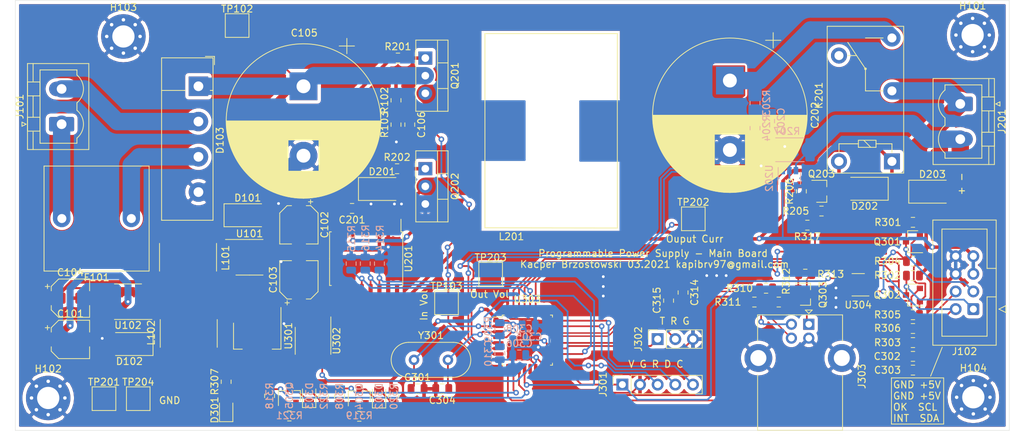
<source format=kicad_pcb>
(kicad_pcb (version 20171130) (host pcbnew "(5.1.6)-1")
  (title_block (title "Digital Power Supply Main Board") (rev 0.1) (company "Kacper Brzostowski"))
  (layers (0 F.Cu signal) (31 B.Cu signal) (34 B.Paste user) (35 F.Paste user) (36 B.SilkS user) (37 F.SilkS user) (38 B.Mask user) (39 F.Mask user) (44 Edge.Cuts user))
  (net 0 "")
  (net 1 GND)
  (net 2 PRI_HI)
  (net 3 +12V)
  (net 4 +5V)
  (net 5 UIN_FB)
  (net 6 /Output/U_FB)
  (net 7 /MCU/+Vref)
  (net 8 +3V3)
  (net 9 /MCU/REL)
  (net 10 /MCU/INT)
  (net 11 /Output/I_FB)
  (net 12 /Output/HIN)
  (net 13 /MCU/SD)
  (net 14 /Output/LIN)
  (net 15 "Net-(C201-Pad1)")
  (net 16 "Net-(C201-Pad2)")
  (net 17 "Net-(C202-Pad1)")
  (net 18 RST)
  (net 19 /MCU/D+)
  (net 20 /MCU/D-)
  (net 21 "Net-(D101-Pad1)")
  (net 22 "Net-(D102-Pad1)")
  (net 23 "Net-(D103-Pad3)")
  (net 24 "Net-(D202-Pad2)")
  (net 25 PGED)
  (net 26 PGEC)
  (net 27 /MCU/TX)
  (net 28 /MCU/RX)
  (net 29 "Net-(J303-Pad1)")
  (net 30 /MCU/USB_D-)
  (net 31 /MCU/USB_D+)
  (net 32 "Net-(Q201-Pad1)")
  (net 33 "Net-(Q202-Pad1)")
  (net 34 "Net-(Q203-Pad1)")
  (net 35 "Net-(Q303-Pad1)")
  (net 36 "Net-(Q303-Pad2)")
  (net 37 "Net-(R202-Pad1)")
  (net 38 /AC2)
  (net 39 /AC1)
  (net 40 /Output/OUT+)
  (net 41 /Output/I_o+)
  (net 42 "Net-(R201-Pad1)")
  (net 43 /MCU/FP_OK)
  (net 44 /MCU/SDA)
  (net 45 /MCU/SCL)
  (net 46 /MCU/SCL_LV)
  (net 47 /MCU/SDA_LV)
  (net 48 /MCU/OSCI)
  (net 49 /MCU/OSCO)
  (net 50 "Net-(D301-Pad2)")
  (net 51 "Net-(D302-Pad2)")
  (net 52 "Net-(D302-Pad1)")
  (net 53 "Net-(D303-Pad1)")
  (net 54 "Net-(D303-Pad2)")
  (net 55 "Net-(Q304-Pad1)")
  (net 56 "Net-(Q305-Pad1)")
  (net 57 "Net-(R308-Pad2)")
  (net 58 "Net-(R318-Pad2)")
  (module Package_SO:SOIC-8_3.9x4.9mm_P1.27mm (layer F.Cu) (at 123.6472 115.1636 270)
    (fp_text reference U302 (at 0 -3.4 90) (layer F.SilkS))
    (fp_text value MCP1501)
    (pad 8 smd roundrect (at 2.475 -1.905 270) (size 1.95 0.6) (layers F.Cu F.Paste F.Mask) (net 7 /MCU/+Vref))
    (pad 7 smd roundrect (at 2.475 -0.635 270) (size 1.95 0.6) (layers F.Cu F.Paste F.Mask) (net 7 /MCU/+Vref))
    (pad 6 smd roundrect (at 2.475 0.635 270) (size 1.95 0.6) (layers F.Cu F.Paste F.Mask) (net 1 GND))
    (pad 5 smd roundrect (at 2.475 1.905 270) (size 1.95 0.6) (layers F.Cu F.Paste F.Mask) (net 1 GND))
    (pad 4 smd roundrect (at -2.475 1.905 270) (size 1.95 0.6) (layers F.Cu F.Paste F.Mask) (net 1 GND))
    (pad 3 smd roundrect (at -2.475 0.635 270) (size 1.95 0.6) (layers F.Cu F.Paste F.Mask) (net 4 +5V))
    (pad 2 smd roundrect (at -2.475 -0.635 270) (size 1.95 0.6) (layers F.Cu F.Paste F.Mask) (net 1 GND))
    (pad 1 smd roundrect (at -2.475 -1.905 270) (size 1.95 0.6) (layers F.Cu F.Paste F.Mask) (net 4 +5V))
  )
  (module Connector_IDC:IDC-Header_2x04_P2.54mm_Vertical (layer F.Cu) (at 218.6432 110.5916 180)
    (fp_text reference J102 (at 1.27 -6.1) (layer F.SilkS))
    (fp_text value Conn_02x04_Odd_Even)
    (pad 1 thru_hole roundrect (at 0 0 180) (size 1.7 1.7) (drill 1) (layers *.Cu *.Mask) (roundrect_rratio 0.147059) (net 44 /MCU/SDA))
    (pad 3 thru_hole circle (at 0 2.54 180) (size 1.7 1.7) (drill 1) (layers *.Cu *.Mask) (net 45 /MCU/SCL))
    (pad 5 thru_hole circle (at 0 5.08 180) (size 1.7 1.7) (drill 1) (layers *.Cu *.Mask) (net 4 +5V))
    (pad 7 thru_hole circle (at 0 7.62 180) (size 1.7 1.7) (drill 1) (layers *.Cu *.Mask) (net 4 +5V))
    (pad 2 thru_hole circle (at 2.54 0 180) (size 1.7 1.7) (drill 1) (layers *.Cu *.Mask) (net 10 /MCU/INT))
    (pad 4 thru_hole circle (at 2.54 2.54 180) (size 1.7 1.7) (drill 1) (layers *.Cu *.Mask) (net 43 /MCU/FP_OK))
    (pad 6 thru_hole circle (at 2.54 5.08 180) (size 1.7 1.7) (drill 1) (layers *.Cu *.Mask) (net 1 GND))
    (pad 8 thru_hole circle (at 2.54 7.62 180) (size 1.7 1.7) (drill 1) (layers *.Cu *.Mask) (net 1 GND))
  )
  (module Capacitor_SMD:CP_Elec_5x3.9 (layer F.Cu) (at 88.7476 114.9604)
    (fp_text reference C101 (at 0 -3.7) (layer F.SilkS))
    (fp_text value CP)
    (pad 2 smd roundrect (at 2.2 0) (size 3 1.6) (layers F.Cu F.Paste F.Mask) (roundrect_rratio 0.15625) (net 1 GND))
    (pad 1 smd roundrect (at -2.2 0) (size 3 1.6) (layers F.Cu F.Paste F.Mask) (roundrect_rratio 0.15625) (net 2 PRI_HI))
  )
  (module Capacitor_SMD:CP_Elec_5x3.9 (layer F.Cu) (at 121.6152 98.4504 270)
    (fp_text reference C102 (at 0 -3.7 90) (layer F.SilkS))
    (fp_text value CP)
    (pad 2 smd roundrect (at 2.2 0 270) (size 3 1.6) (layers F.Cu F.Paste F.Mask) (roundrect_rratio 0.15625) (net 1 GND))
    (pad 1 smd roundrect (at -2.2 0 270) (size 3 1.6) (layers F.Cu F.Paste F.Mask) (roundrect_rratio 0.15625) (net 2 PRI_HI))
  )
  (module Capacitor_SMD:CP_Elec_5x3.9 (layer F.Cu) (at 121.6152 106.3752 90)
    (fp_text reference C103 (at 0 -3.7 90) (layer F.SilkS))
    (fp_text value CP)
    (pad 1 smd roundrect (at -2.2 0 90) (size 3 1.6) (layers F.Cu F.Paste F.Mask) (roundrect_rratio 0.15625) (net 3 +12V))
    (pad 2 smd roundrect (at 2.2 0 90) (size 3 1.6) (layers F.Cu F.Paste F.Mask) (roundrect_rratio 0.15625) (net 1 GND))
  )
  (module Capacitor_SMD:CP_Elec_5x3.9 (layer F.Cu) (at 88.7476 109.0168)
    (fp_text reference C104 (at 0 -3.7) (layer F.SilkS))
    (fp_text value CP)
    (pad 1 smd roundrect (at -2.2 0) (size 3 1.6) (layers F.Cu F.Paste F.Mask) (roundrect_rratio 0.15625) (net 4 +5V))
    (pad 2 smd roundrect (at 2.2 0) (size 3 1.6) (layers F.Cu F.Paste F.Mask) (roundrect_rratio 0.15625) (net 1 GND))
  )
  (module Capacitor_THT:CP_Radial_D22.0mm_P10.00mm_SnapIn (layer F.Cu) (at 122.2756 78.4987 270)
    (fp_text reference C105 (at -7.6835 -0.1016 180) (layer F.SilkS))
    (fp_text value CP)
    (pad 1 thru_hole rect (at 0 0 270) (size 4 4) (drill 2) (layers *.Cu *.Mask) (net 2 PRI_HI))
    (pad 2 thru_hole circle (at 10 0 270) (size 4 4) (drill 2) (layers *.Cu *.Mask) (net 1 GND))
  )
  (module Capacitor_SMD:C_0805_2012Metric (layer F.Cu) (at 137.5664 84.0232 90)
    (fp_text reference C106 (at 0 1.6764 90) (layer F.SilkS))
    (fp_text value C)
    (pad 2 smd roundrect (at 0.9375 0 90) (size 0.975 1.4) (layers F.Cu F.Paste F.Mask) (net 5 UIN_FB))
    (pad 1 smd roundrect (at -0.9375 0 90) (size 0.975 1.4) (layers F.Cu F.Paste F.Mask) (net 1 GND))
  )
  (module Capacitor_SMD:C_0805_2012Metric (layer F.Cu) (at 129.2606 96.0882 180)
    (fp_text reference C201 (at 0 -1.65) (layer F.SilkS))
    (fp_text value C)
    (pad 1 smd roundrect (at -0.9375 0 180) (size 0.975 1.4) (layers F.Cu F.Paste F.Mask) (net 15 "Net-(C201-Pad1)"))
    (pad 2 smd roundrect (at 0.9375 0 180) (size 0.975 1.4) (layers F.Cu F.Paste F.Mask) (net 16 "Net-(C201-Pad2)"))
  )
  (module Capacitor_THT:CP_Radial_D22.0mm_P10.00mm_SnapIn (layer F.Cu) (at 183.6166 77.6732 270)
    (fp_text reference C202 (at 5 -12.25 90) (layer F.SilkS))
    (fp_text value CP)
    (pad 2 thru_hole circle (at 10 0 270) (size 4 4) (drill 2) (layers *.Cu *.Mask) (net 1 GND))
    (pad 1 thru_hole rect (at 0 0 270) (size 4 4) (drill 2) (layers *.Cu *.Mask) (net 17 "Net-(C202-Pad1)"))
  )
  (module Capacitor_SMD:C_0805_2012Metric (layer B.Cu) (at 189.3316 83.5152 90)
    (fp_text reference C203 (at 0 1.65 90) (layer B.SilkS) (effects (justify mirror)))
    (fp_text value C)
    (pad 2 smd roundrect (at 0.9375 0 90) (size 0.975 1.4) (layers B.Cu B.Paste B.Mask) (net 6 /Output/U_FB))
    (pad 1 smd roundrect (at -0.9375 0 90) (size 0.975 1.4) (layers B.Cu B.Paste B.Mask) (net 1 GND))
  )
  (module Capacitor_SMD:C_0805_2012Metric (layer F.Cu) (at 209.9564 117.3988 180)
    (fp_text reference C302 (at 3.7084 0) (layer F.SilkS))
    (fp_text value C)
    (pad 1 smd roundrect (at -0.9375 0 180) (size 0.975 1.4) (layers F.Cu F.Paste F.Mask) (net 10 /MCU/INT))
    (pad 2 smd roundrect (at 0.9375 0 180) (size 0.975 1.4) (layers F.Cu F.Paste F.Mask) (net 1 GND))
  )
  (module Capacitor_SMD:C_0805_2012Metric (layer B.Cu) (at 154.686 112.9284)
    (fp_text reference C305 (at 0 1.65) (layer B.SilkS) (effects (justify mirror)))
    (fp_text value C)
    (pad 2 smd roundrect (at 0.9375 0) (size 0.975 1.4) (layers B.Cu B.Paste B.Mask) (net 1 GND))
    (pad 1 smd roundrect (at -0.9375 0) (size 0.975 1.4) (layers B.Cu B.Paste B.Mask) (net 8 +3V3))
  )
  (module Capacitor_SMD:C_0805_2012Metric (layer B.Cu) (at 153.3144 117.1956 180)
    (fp_text reference C306 (at 0 1.65) (layer B.SilkS) (effects (justify mirror)))
    (fp_text value C)
    (pad 2 smd roundrect (at 0.9375 0 180) (size 0.975 1.4) (layers B.Cu B.Paste B.Mask) (net 1 GND))
    (pad 1 smd roundrect (at -0.9375 0 180) (size 0.975 1.4) (layers B.Cu B.Paste B.Mask) (net 7 /MCU/+Vref))
  )
  (module Capacitor_SMD:C_0805_2012Metric (layer B.Cu) (at 153.3144 115.062 180)
    (fp_text reference C308 (at 0 1.65) (layer B.SilkS) (effects (justify mirror)))
    (fp_text value C)
    (pad 1 smd roundrect (at -0.9375 0 180) (size 0.975 1.4) (layers B.Cu B.Paste B.Mask) (net 8 +3V3))
    (pad 2 smd roundrect (at 0.9375 0 180) (size 0.975 1.4) (layers B.Cu B.Paste B.Mask) (net 1 GND))
  )
  (module Capacitor_SMD:C_0805_2012Metric (layer B.Cu) (at 150.5204 116.9416 270)
    (fp_text reference C310 (at 0 1.65 270) (layer B.SilkS) (effects (justify mirror)))
    (fp_text value C)
    (pad 1 smd roundrect (at -0.9375 0 270) (size 0.975 1.4) (layers B.Cu B.Paste B.Mask) (net 18 RST))
    (pad 2 smd roundrect (at 0.9375 0 270) (size 0.975 1.4) (layers B.Cu B.Paste B.Mask) (net 1 GND))
  )
  (module Capacitor_SMD:C_0805_2012Metric (layer F.Cu) (at 176.8856 108.204 270)
    (fp_text reference C314 (at 0 -1.65 90) (layer F.SilkS))
    (fp_text value C)
    (pad 2 smd roundrect (at 0.9375 0 270) (size 0.975 1.4) (layers F.Cu F.Paste F.Mask) (net 1 GND))
    (pad 1 smd roundrect (at -0.9375 0 270) (size 0.975 1.4) (layers F.Cu F.Paste F.Mask) (net 19 /MCU/D+))
  )
  (module Capacitor_SMD:C_0805_2012Metric (layer F.Cu) (at 174.8028 109.3724 270)
    (fp_text reference C315 (at -0.0508 1.6764 90) (layer F.SilkS))
    (fp_text value C)
    (pad 2 smd roundrect (at 0.9375 0 270) (size 0.975 1.4) (layers F.Cu F.Paste F.Mask) (net 1 GND))
    (pad 1 smd roundrect (at -0.9375 0 270) (size 0.975 1.4) (layers F.Cu F.Paste F.Mask) (net 20 /MCU/D-))
  )
  (module Diode_SMD:D_SMA (layer F.Cu) (at 114.2492 97.0788)
    (fp_text reference D101 (at 0 -2.5) (layer F.SilkS))
    (fp_text value D_Schottky)
    (pad 1 smd rect (at -2 0) (size 2.5 1.8) (layers F.Cu F.Paste F.Mask) (net 21 "Net-(D101-Pad1)"))
    (pad 2 smd rect (at 2 0) (size 2.5 1.8) (layers F.Cu F.Paste F.Mask) (net 1 GND))
  )
  (module Diode_SMD:D_SMA (layer F.Cu) (at 97.2312 115.6208 180)
    (fp_text reference D102 (at 0 -2.5) (layer F.SilkS))
    (fp_text value D_Schottky)
    (pad 2 smd rect (at 2 0 180) (size 2.5 1.8) (layers F.Cu F.Paste F.Mask) (net 1 GND))
    (pad 1 smd rect (at -2 0 180) (size 2.5 1.8) (layers F.Cu F.Paste F.Mask) (net 22 "Net-(D102-Pad1)"))
  )
  (module Diode_THT:Diode_Bridge_Vishay_KBU (layer F.Cu) (at 107.1626 78.4987 270)
    (fp_text reference D103 (at 7.8 -3.1 90) (layer F.SilkS))
    (fp_text value D_Bridge_+AA-)
    (pad 4 thru_hole circle (at 15.24 0 270) (size 2.8 2.8) (drill 1.4) (layers *.Cu *.Mask) (net 1 GND))
    (pad 3 thru_hole circle (at 10.16 0 270) (size 2.8 2.8) (drill 1.4) (layers *.Cu *.Mask) (net 23 "Net-(D103-Pad3)"))
    (pad 2 thru_hole circle (at 5.08 0 270) (size 2.8 2.8) (drill 1.4) (layers *.Cu *.Mask) (net 38 /AC2))
    (pad 1 thru_hole rect (at 0 0 270) (size 2.8 2.8) (drill 1.4) (layers *.Cu *.Mask) (net 2 PRI_HI))
  )
  (module Diode_SMD:D_SMA (layer F.Cu) (at 133.5786 93.2942)
    (fp_text reference D201 (at 0 -2.5) (layer F.SilkS))
    (fp_text value D)
    (pad 1 smd rect (at -2 0) (size 2.5 1.8) (layers F.Cu F.Paste F.Mask) (net 16 "Net-(C201-Pad2)"))
    (pad 2 smd rect (at 2 0) (size 2.5 1.8) (layers F.Cu F.Paste F.Mask) (net 3 +12V))
  )
  (module Diode_SMD:D_SMA (layer F.Cu) (at 202.9968 93.2561 180)
    (fp_text reference D202 (at 0 -2.5019) (layer F.SilkS))
    (fp_text value D)
    (pad 2 smd rect (at 2 0 180) (size 2.5 1.8) (layers F.Cu F.Paste F.Mask) (net 24 "Net-(D202-Pad2)"))
    (pad 1 smd rect (at -2 0 180) (size 2.5 1.8) (layers F.Cu F.Paste F.Mask) (net 4 +5V))
  )
  (module Fuse:Fuseholder_Cylinder-5x20mm_EATON_HBW_Vertical_Closed (layer F.Cu) (at 97.5106 97.5487 180)
    (fp_text reference F101 (at 5 -8.5) (layer F.SilkS))
    (fp_text value Fuse)
    (pad 1 thru_hole circle (at 0 0 180) (size 2.3 2.3) (drill 1.3) (layers *.Cu *.Mask) (net 23 "Net-(D103-Pad3)"))
    (pad 2 thru_hole circle (at 10 0 180) (size 2.3 2.3) (drill 1.3) (layers *.Cu *.Mask) (net 39 /AC1))
  )
  (module Connector_Phoenix_MSTB:PhoenixContact_MSTBVA_2,5_2-G-5,08_1x02_P5.08mm_Vertical (layer F.Cu) (at 87.4776 83.9597 90)
    (fp_text reference J101 (at 2.54 -6 90) (layer F.SilkS))
    (fp_text value Screw_Terminal_01x02)
    (pad 2 thru_hole oval (at 5.08 0 90) (size 2.08 3.6) (drill 1.4) (layers *.Cu *.Mask) (net 38 /AC2))
    (pad 1 thru_hole roundrect (at 0 0 90) (size 2.08 3.6) (drill 1.4) (layers *.Cu *.Mask) (roundrect_rratio 0.120192) (net 39 /AC1))
  )
  (module Connector_Phoenix_MSTB:PhoenixContact_MSTBVA_2,5_2-G-5,08_1x02_P5.08mm_Vertical (layer F.Cu) (at 216.7636 81.0387 270)
    (fp_text reference J201 (at 2.54 -6 90) (layer F.SilkS))
    (fp_text value Screw_Terminal_01x02)
    (pad 1 thru_hole roundrect (at 0 0 270) (size 2.08 3.6) (drill 1.4) (layers *.Cu *.Mask) (roundrect_rratio 0.120192) (net 40 /Output/OUT+))
    (pad 2 thru_hole oval (at 5.08 0 270) (size 2.08 3.6) (drill 1.4) (layers *.Cu *.Mask) (net 41 /Output/I_o+))
  )
  (module Connector_PinSocket_2.54mm:PinSocket_1x05_P2.54mm_Vertical (layer F.Cu) (at 168.148 121.4628 90)
    (fp_text reference J301 (at 0 -2.77 90) (layer F.SilkS))
    (fp_text value Conn_01x05_Female)
    (pad 1 thru_hole rect (at 0 0 90) (size 1.7 1.7) (drill 1) (layers *.Cu *.Mask) (net 8 +3V3))
    (pad 2 thru_hole oval (at 0 2.54 90) (size 1.7 1.7) (drill 1) (layers *.Cu *.Mask) (net 1 GND))
    (pad 3 thru_hole oval (at 0 5.08 90) (size 1.7 1.7) (drill 1) (layers *.Cu *.Mask) (net 18 RST))
    (pad 4 thru_hole oval (at 0 7.62 90) (size 1.7 1.7) (drill 1) (layers *.Cu *.Mask) (net 25 PGED))
    (pad 5 thru_hole oval (at 0 10.16 90) (size 1.7 1.7) (drill 1) (layers *.Cu *.Mask) (net 26 PGEC))
  )
  (module Connector_PinSocket_2.54mm:PinSocket_1x03_P2.54mm_Vertical (layer F.Cu) (at 173.228 114.9096 90)
    (fp_text reference J302 (at 0 -2.77 90) (layer F.SilkS))
    (fp_text value Conn_01x03_Female)
    (pad 1 thru_hole rect (at 0 0 90) (size 1.7 1.7) (drill 1) (layers *.Cu *.Mask) (net 27 /MCU/TX))
    (pad 2 thru_hole oval (at 0 2.54 90) (size 1.7 1.7) (drill 1) (layers *.Cu *.Mask) (net 28 /MCU/RX))
    (pad 3 thru_hole oval (at 0 5.08 90) (size 1.7 1.7) (drill 1) (layers *.Cu *.Mask) (net 1 GND))
  )
  (module Connector_USB:USB_B_Lumberg_2411_02_Horizontal (layer F.Cu) (at 194.9704 112.776 270)
    (fp_text reference J303 (at 7.5 -7.65 90) (layer F.SilkS))
    (fp_text value USB_B)
    (pad 1 thru_hole rect (at 0 0) (size 1.6 1.6) (drill 0.95) (layers *.Cu *.Mask) (net 29 "Net-(J303-Pad1)"))
    (pad 2 thru_hole circle (at 0 2.5) (size 1.6 1.6) (drill 0.95) (layers *.Cu *.Mask) (net 30 /MCU/USB_D-))
    (pad 3 thru_hole circle (at 2 2.5) (size 1.6 1.6) (drill 0.95) (layers *.Cu *.Mask) (net 31 /MCU/USB_D+))
    (pad 4 thru_hole circle (at 2 0) (size 1.6 1.6) (drill 0.95) (layers *.Cu *.Mask) (net 1 GND))
    (pad 5 thru_hole circle (at 4.86 7.25) (size 4 4) (drill 2.3) (layers *.Cu *.Mask) (net 1 GND))
    (pad 5 thru_hole circle (at 4.86 -4.75) (size 4 4) (drill 2.3) (layers *.Cu *.Mask) (net 1 GND))
  )
  (module Relay_THT:Relay_SPDT_Omron-G5Q-1 (layer F.Cu) (at 206.9338 89.3191 90)
    (fp_text reference K201 (at 9.5 -10.5 270) (layer F.SilkS))
    (fp_text value G5Q-1)
    (pad 1 thru_hole rect (at 0 0 270) (size 2.3 2.3) (drill 1.3) (layers *.Cu *.Mask) (net 4 +5V))
    (pad 2 thru_hole circle (at 10.16 0 270) (size 2.3 2.3) (drill 1.3) (layers *.Cu *.Mask) (net 40 /Output/OUT+))
    (pad 3 thru_hole circle (at 17.78 0 270) (size 2.3 2.3) (drill 1.3) (layers *.Cu *.Mask) (net 17 "Net-(C202-Pad1)"))
    (pad 4 thru_hole circle (at 15.24 -7.62 270) (size 2.3 2.3) (drill 1.3) (layers *.Cu *.Mask))
    (pad 5 thru_hole circle (at 0 -7.62 270) (size 2.3 2.3) (drill 1.3) (layers *.Cu *.Mask) (net 24 "Net-(D202-Pad2)"))
  )
  (module Inductor_SMD:L_Bourns_SRN8040TA (layer F.Cu) (at 105.664 103.124 270)
    (fp_text reference L101 (at 0.1 -5.4 270) (layer F.SilkS))
    (fp_text value L)
    (pad 1 smd rect (at -2.825 0 180) (size 6.6 2.85) (layers F.Cu F.Paste F.Mask) (net 21 "Net-(D101-Pad1)"))
    (pad 2 smd rect (at 2.825 0 180) (size 6.6 2.85) (layers F.Cu F.Paste F.Mask) (net 3 +12V))
  )
  (module Inductor_SMD:L_Bourns_SRN8040TA (layer F.Cu) (at 105.7656 114.0968 90)
    (fp_text reference L102 (at 0.1 -5.4 270) (layer F.SilkS))
    (fp_text value L)
    (pad 2 smd rect (at 2.825 0) (size 6.6 2.85) (layers F.Cu F.Paste F.Mask) (net 4 +5V))
    (pad 1 smd rect (at -2.825 0) (size 6.6 2.85) (layers F.Cu F.Paste F.Mask) (net 22 "Net-(D102-Pad1)"))
  )
  (module Package_TO_SOT_THT:TO-220-3_Vertical (layer F.Cu) (at 139.8016 74.4347 270)
    (fp_text reference Q201 (at 2.54 -4.27 90) (layer F.SilkS))
    (fp_text value Q_NMOS_GDS)
    (pad 3 thru_hole oval (at 5.08 0 270) (size 1.905 2) (drill 1.1) (layers *.Cu *.Mask) (net 15 "Net-(C201-Pad1)"))
    (pad 2 thru_hole oval (at 2.54 0 270) (size 1.905 2) (drill 1.1) (layers *.Cu *.Mask) (net 2 PRI_HI))
    (pad 1 thru_hole rect (at 0 0 270) (size 1.905 2) (drill 1.1) (layers *.Cu *.Mask) (net 32 "Net-(Q201-Pad1)"))
  )
  (module Package_TO_SOT_THT:TO-220-3_Vertical (layer F.Cu) (at 139.8016 90.3732 270)
    (fp_text reference Q202 (at 2.54 -4.27 90) (layer F.SilkS))
    (fp_text value Q_NMOS_GDS)
    (pad 1 thru_hole rect (at 0 0 270) (size 1.905 2) (drill 1.1) (layers *.Cu *.Mask) (net 33 "Net-(Q202-Pad1)"))
    (pad 2 thru_hole oval (at 2.54 0 270) (size 1.905 2) (drill 1.1) (layers *.Cu *.Mask) (net 15 "Net-(C201-Pad1)"))
    (pad 3 thru_hole oval (at 5.08 0 270) (size 1.905 2) (drill 1.1) (layers *.Cu *.Mask) (net 1 GND))
  )
  (module Package_TO_SOT_SMD:SOT-23 (layer F.Cu) (at 196.7992 93.6244)
    (fp_text reference Q203 (at 0 -2.5) (layer F.SilkS))
    (fp_text value BC817)
    (pad 1 smd rect (at -1 -0.95) (size 0.9 0.8) (layers F.Cu F.Paste F.Mask) (net 34 "Net-(Q203-Pad1)"))
    (pad 2 smd rect (at -1 0.95) (size 0.9 0.8) (layers F.Cu F.Paste F.Mask) (net 1 GND))
    (pad 3 smd rect (at 1 0) (size 0.9 0.8) (layers F.Cu F.Paste F.Mask) (net 24 "Net-(D202-Pad2)"))
  )
  (module Package_TO_SOT_SMD:SOT-23 (layer F.Cu) (at 209.9564 100.8888 180)
    (fp_text reference Q301 (at 3.7084 0) (layer F.SilkS))
    (fp_text value 2N7002)
    (pad 1 smd rect (at -1 -0.95 180) (size 0.9 0.8) (layers F.Cu F.Paste F.Mask) (net 8 +3V3))
    (pad 2 smd rect (at -1 0.95 180) (size 0.9 0.8) (layers F.Cu F.Paste F.Mask) (net 46 /MCU/SCL_LV))
    (pad 3 smd rect (at 1 0 180) (size 0.9 0.8) (layers F.Cu F.Paste F.Mask) (net 45 /MCU/SCL))
  )
  (module Package_TO_SOT_SMD:SOT-23 (layer F.Cu) (at 209.9564 108.5596 180)
    (fp_text reference Q302 (at 3.7084 0) (layer F.SilkS))
    (fp_text value 2N7002)
    (pad 3 smd rect (at 1 0 180) (size 0.9 0.8) (layers F.Cu F.Paste F.Mask) (net 44 /MCU/SDA))
    (pad 2 smd rect (at -1 0.95 180) (size 0.9 0.8) (layers F.Cu F.Paste F.Mask) (net 47 /MCU/SDA_LV))
    (pad 1 smd rect (at -1 -0.95 180) (size 0.9 0.8) (layers F.Cu F.Paste F.Mask) (net 8 +3V3))
  )
  (module Package_TO_SOT_SMD:SOT-23 (layer F.Cu) (at 194.4624 108.458)
    (fp_text reference Q303 (at 2.54 0.0508 90) (layer F.SilkS))
    (fp_text value BC817)
    (pad 3 smd rect (at 1 0) (size 0.9 0.8) (layers F.Cu F.Paste F.Mask) (net 8 +3V3))
    (pad 2 smd rect (at -1 0.95) (size 0.9 0.8) (layers F.Cu F.Paste F.Mask) (net 36 "Net-(Q303-Pad2)"))
    (pad 1 smd rect (at -1 -0.95) (size 0.9 0.8) (layers F.Cu F.Paste F.Mask) (net 35 "Net-(Q303-Pad1)"))
  )
  (module Resistor_SMD:R_0805_2012Metric (layer F.Cu) (at 135.5852 80.518 90)
    (fp_text reference R102 (at 0 -1.65 90) (layer F.SilkS))
    (fp_text value R)
    (pad 1 smd roundrect (at -0.9375 0 90) (size 0.975 1.4) (layers F.Cu F.Paste F.Mask) (net 5 UIN_FB))
    (pad 2 smd roundrect (at 0.9375 0 90) (size 0.975 1.4) (layers F.Cu F.Paste F.Mask) (net 2 PRI_HI))
  )
  (module Resistor_SMD:R_0805_2012Metric (layer F.Cu) (at 135.5852 84.0232 90)
    (fp_text reference R103 (at 0 -1.65 90) (layer F.SilkS))
    (fp_text value R)
    (pad 2 smd roundrect (at 0.9375 0 90) (size 0.975 1.4) (layers F.Cu F.Paste F.Mask) (net 5 UIN_FB))
    (pad 1 smd roundrect (at -0.9375 0 90) (size 0.975 1.4) (layers F.Cu F.Paste F.Mask) (net 1 GND))
  )
  (module Resistor_SMD:R_0805_2012Metric (layer F.Cu) (at 135.8646 74.4347)
    (fp_text reference R201 (at 0 -1.65) (layer F.SilkS))
    (fp_text value R)
    (pad 2 smd roundrect (at 0.9375 0) (size 0.975 1.4) (layers F.Cu F.Paste F.Mask) (net 32 "Net-(Q201-Pad1)"))
    (pad 1 smd roundrect (at -0.9375 0) (size 0.975 1.4) (layers F.Cu F.Paste F.Mask) (net 42 "Net-(R201-Pad1)"))
  )
  (module Resistor_SMD:R_0805_2012Metric (layer F.Cu) (at 135.7376 90.3732)
    (fp_text reference R202 (at 0 -1.65) (layer F.SilkS))
    (fp_text value R)
    (pad 1 smd roundrect (at -0.9375 0) (size 0.975 1.4) (layers F.Cu F.Paste F.Mask) (net 37 "Net-(R202-Pad1)"))
    (pad 2 smd roundrect (at 0.9375 0) (size 0.975 1.4) (layers F.Cu F.Paste F.Mask) (net 33 "Net-(Q202-Pad1)"))
  )
  (module Resistor_SMD:R_0805_2012Metric (layer B.Cu) (at 187.2361 80.9117 90)
    (fp_text reference R203 (at 0 1.65 270) (layer B.SilkS) (effects (justify mirror)))
    (fp_text value R)
    (pad 2 smd roundrect (at 0.9375 0 90) (size 0.975 1.4) (layers B.Cu B.Paste B.Mask) (net 17 "Net-(C202-Pad1)"))
    (pad 1 smd roundrect (at -0.9375 0 90) (size 0.975 1.4) (layers B.Cu B.Paste B.Mask) (net 6 /Output/U_FB))
  )
  (module Resistor_SMD:R_0805_2012Metric (layer B.Cu) (at 187.2361 84.5312 90)
    (fp_text reference R204 (at 0 1.65 270) (layer B.SilkS) (effects (justify mirror)))
    (fp_text value R)
    (pad 2 smd roundrect (at 0.9375 0 90) (size 0.975 1.4) (layers B.Cu B.Paste B.Mask) (net 6 /Output/U_FB))
    (pad 1 smd roundrect (at -0.9375 0 90) (size 0.975 1.4) (layers B.Cu B.Paste B.Mask) (net 1 GND))
  )
  (module Resistor_SMD:R_0805_2012Metric (layer F.Cu) (at 196.7992 96.4692)
    (fp_text reference R205 (at -3.7084 0) (layer F.SilkS))
    (fp_text value R)
    (pad 1 smd roundrect (at -0.9375 0) (size 0.975 1.4) (layers F.Cu F.Paste F.Mask) (net 9 /MCU/REL))
    (pad 2 smd roundrect (at 0.9375 0) (size 0.975 1.4) (layers F.Cu F.Paste F.Mask) (net 34 "Net-(Q203-Pad1)"))
  )
  (module Resistor_SMD:R_0805_2012Metric (layer F.Cu) (at 193.9036 93.6244 270)
    (fp_text reference R206 (at 0 1.7272 270) (layer F.SilkS))
    (fp_text value R)
    (pad 2 smd roundrect (at 0.9375 0 270) (size 0.975 1.4) (layers F.Cu F.Paste F.Mask) (net 1 GND))
    (pad 1 smd roundrect (at -0.9375 0 270) (size 0.975 1.4) (layers F.Cu F.Paste F.Mask) (net 34 "Net-(Q203-Pad1)"))
  )
  (module Resistor_SMD:R_2512_6332Metric (layer B.Cu) (at 192.2526 87.6427)
    (fp_text reference R207 (at -0.4445 -2.667) (layer B.SilkS) (effects (justify mirror)))
    (fp_text value R)
    (pad 1 smd roundrect (at -2.9 0) (size 1.35 3.35) (layers B.Cu B.Paste B.Mask) (roundrect_rratio 0.185185) (net 1 GND))
    (pad 2 smd roundrect (at 2.9 0) (size 1.35 3.35) (layers B.Cu B.Paste B.Mask) (roundrect_rratio 0.185185) (net 41 /Output/I_o+))
  )
  (module Resistor_SMD:R_0805_2012Metric (layer F.Cu) (at 209.9564 98.0948 180)
    (fp_text reference R301 (at 3.6068 0) (layer F.SilkS))
    (fp_text value R)
    (pad 1 smd roundrect (at -0.9375 0 180) (size 0.975 1.4) (layers F.Cu F.Paste F.Mask) (net 4 +5V))
    (pad 2 smd roundrect (at 0.9375 0 180) (size 0.975 1.4) (layers F.Cu F.Paste F.Mask) (net 45 /MCU/SCL))
  )
  (module Resistor_SMD:R_0805_2012Metric (layer F.Cu) (at 209.9564 105.7656 180)
    (fp_text reference R302 (at 3.6576 0.0508) (layer F.SilkS))
    (fp_text value R)
    (pad 1 smd roundrect (at -0.9375 0 180) (size 0.975 1.4) (layers F.Cu F.Paste F.Mask) (net 4 +5V))
    (pad 2 smd roundrect (at 0.9375 0 180) (size 0.975 1.4) (layers F.Cu F.Paste F.Mask) (net 44 /MCU/SDA))
  )
  (module Resistor_SMD:R_0805_2012Metric (layer F.Cu) (at 209.9564 115.4176)
    (fp_text reference R303 (at -3.6576 0) (layer F.SilkS))
    (fp_text value R)
    (pad 2 smd roundrect (at 0.9375 0) (size 0.975 1.4) (layers F.Cu F.Paste F.Mask) (net 10 /MCU/INT))
    (pad 1 smd roundrect (at -0.9375 0) (size 0.975 1.4) (layers F.Cu F.Paste F.Mask) (net 8 +3V3))
  )
  (module Resistor_SMD:R_0805_2012Metric (layer F.Cu) (at 209.9564 103.6828 180)
    (fp_text reference R304 (at 3.6576 0) (layer F.SilkS))
    (fp_text value R)
    (pad 2 smd roundrect (at 0.9375 0 180) (size 0.975 1.4) (layers F.Cu F.Paste F.Mask) (net 46 /MCU/SCL_LV))
    (pad 1 smd roundrect (at -0.9375 0 180) (size 0.975 1.4) (layers F.Cu F.Paste F.Mask) (net 8 +3V3))
  )
  (module Resistor_SMD:R_0805_2012Metric (layer F.Cu) (at 209.9564 111.4044 180)
    (fp_text reference R305 (at 3.6576 0) (layer F.SilkS))
    (fp_text value R)
    (pad 1 smd roundrect (at -0.9375 0 180) (size 0.975 1.4) (layers F.Cu F.Paste F.Mask) (net 8 +3V3))
    (pad 2 smd roundrect (at 0.9375 0 180) (size 0.975 1.4) (layers F.Cu F.Paste F.Mask) (net 47 /MCU/SDA_LV))
  )
  (module Resistor_SMD:R_0805_2012Metric (layer B.Cu) (at 150.5204 113.5103 270)
    (fp_text reference R309 (at 0 1.65 270) (layer B.SilkS) (effects (justify mirror)))
    (fp_text value R)
    (pad 1 smd roundrect (at -0.9375 0 270) (size 0.975 1.4) (layers B.Cu B.Paste B.Mask) (net 8 +3V3))
    (pad 2 smd roundrect (at 0.9375 0 270) (size 0.975 1.4) (layers B.Cu B.Paste B.Mask) (net 18 RST))
  )
  (module Resistor_SMD:R_0805_2012Metric (layer F.Cu) (at 188.8236 107.5944 180)
    (fp_text reference R310 (at 3.81 0) (layer F.SilkS))
    (fp_text value 22R)
    (pad 1 smd roundrect (at -0.9375 0 180) (size 0.975 1.4) (layers F.Cu F.Paste F.Mask) (net 31 /MCU/USB_D+))
    (pad 2 smd roundrect (at 0.9375 0 180) (size 0.975 1.4) (layers F.Cu F.Paste F.Mask) (net 19 /MCU/D+))
  )
  (module Resistor_SMD:R_0805_2012Metric (layer F.Cu) (at 187.1472 109.5756 180)
    (fp_text reference R311 (at 3.81 0) (layer F.SilkS))
    (fp_text value 22R)
    (pad 2 smd roundrect (at 0.9375 0 180) (size 0.975 1.4) (layers F.Cu F.Paste F.Mask) (net 20 /MCU/D-))
    (pad 1 smd roundrect (at -0.9375 0 180) (size 0.975 1.4) (layers F.Cu F.Paste F.Mask) (net 30 /MCU/USB_D-))
  )
  (module Resistor_SMD:R_0805_2012Metric (layer F.Cu) (at 190.6524 109.5756 180)
    (fp_text reference R312 (at -1.0668 2.9972 90) (layer F.SilkS))
    (fp_text value 22R)
    (pad 1 smd roundrect (at -0.9375 0 180) (size 0.975 1.4) (layers F.Cu F.Paste F.Mask) (net 36 "Net-(Q303-Pad2)"))
    (pad 2 smd roundrect (at 0.9375 0 180) (size 0.975 1.4) (layers F.Cu F.Paste F.Mask) (net 31 /MCU/USB_D+))
  )
  (module Resistor_SMD:R_0805_2012Metric (layer F.Cu) (at 194.4624 105.5624 180)
    (fp_text reference R313 (at -3.6576 0) (layer F.SilkS))
    (fp_text value 22R)
    (pad 2 smd roundrect (at 0.9375 0 180) (size 0.975 1.4) (layers F.Cu F.Paste F.Mask) (net 35 "Net-(Q303-Pad1)"))
    (pad 1 smd roundrect (at -0.9375 0 180) (size 0.975 1.4) (layers F.Cu F.Paste F.Mask) (net 29 "Net-(J303-Pad1)"))
  )
  (module TestPoint:TestPoint_Pad_3.0x3.0mm (layer F.Cu) (at 112.7252 69.7484)
    (fp_text reference TP102 (at 0 -2.398) (layer F.SilkS))
    (fp_text value TestPoint_Alt)
    (pad 1 smd rect (at 0 0) (size 3 3) (layers F.Cu F.Mask) (net 2 PRI_HI))
  )
  (module TestPoint:TestPoint_Pad_3.0x3.0mm (layer F.Cu) (at 142.8496 109.6772)
    (fp_text reference TP103 (at 0 -2.398) (layer F.SilkS))
    (fp_text value TestPoint_Alt)
    (pad 1 smd rect (at 0 0) (size 3 3) (layers F.Cu F.Mask) (net 5 UIN_FB))
  )
  (module TestPoint:TestPoint_Pad_3.0x3.0mm (layer F.Cu) (at 93.5736 123.4948)
    (fp_text reference TP201 (at 0 -2.398) (layer F.SilkS))
    (fp_text value TestPoint_Alt)
    (pad 1 smd rect (at 0 0) (size 3 3) (layers F.Cu F.Mask) (net 1 GND))
  )
  (module TestPoint:TestPoint_Pad_3.0x3.0mm (layer F.Cu) (at 178.3588 97.5868)
    (fp_text reference TP202 (at 0 -2.398) (layer F.SilkS))
    (fp_text value TestPoint_Alt)
    (pad 1 smd rect (at 0 0) (size 3 3) (layers F.Cu F.Mask) (net 11 /Output/I_FB))
  )
  (module TestPoint:TestPoint_Pad_3.0x3.0mm (layer F.Cu) (at 149.1996 105.5624)
    (fp_text reference TP203 (at 0 -2.398) (layer F.SilkS))
    (fp_text value TestPoint_Alt)
    (pad 1 smd rect (at 0 0) (size 3 3) (layers F.Cu F.Mask) (net 6 /Output/U_FB))
  )
  (module TestPoint:TestPoint_Pad_3.0x3.0mm (layer F.Cu) (at 98.5012 123.4948)
    (fp_text reference TP204 (at 0 -2.398) (layer F.SilkS))
    (fp_text value TestPoint_Alt)
    (pad 1 smd rect (at 0 0) (size 3 3) (layers F.Cu F.Mask) (net 1 GND))
  )
  (module Package_SO:SOIC-8_3.9x4.9mm_P1.27mm (layer F.Cu) (at 114.5032 103.124)
    (fp_text reference U101 (at 0 -3.4) (layer F.SilkS))
    (fp_text value LM2594HVM-12)
    (pad 1 smd roundrect (at -2.475 -1.905) (size 1.95 0.6) (layers F.Cu F.Paste F.Mask))
    (pad 2 smd roundrect (at -2.475 -0.635) (size 1.95 0.6) (layers F.Cu F.Paste F.Mask))
    (pad 3 smd roundrect (at -2.475 0.635) (size 1.95 0.6) (layers F.Cu F.Paste F.Mask))
    (pad 4 smd roundrect (at -2.475 1.905) (size 1.95 0.6) (layers F.Cu F.Paste F.Mask) (net 3 +12V))
    (pad 5 smd roundrect (at 2.475 1.905) (size 1.95 0.6) (layers F.Cu F.Paste F.Mask) (net 1 GND))
    (pad 6 smd roundrect (at 2.475 0.635) (size 1.95 0.6) (layers F.Cu F.Paste F.Mask) (net 1 GND))
    (pad 7 smd roundrect (at 2.475 -0.635) (size 1.95 0.6) (layers F.Cu F.Paste F.Mask) (net 2 PRI_HI))
    (pad 8 smd roundrect (at 2.475 -1.905) (size 1.95 0.6) (layers F.Cu F.Paste F.Mask) (net 21 "Net-(D101-Pad1)"))
  )
  (module Package_SO:SOIC-8_3.9x4.9mm_P1.27mm (layer F.Cu) (at 97.028 109.5248 180)
    (fp_text reference U102 (at 0 -3.4) (layer F.SilkS))
    (fp_text value LM2594HVM-5.0)
    (pad 1 smd roundrect (at -2.475 -1.905 180) (size 1.95 0.6) (layers F.Cu F.Paste F.Mask))
    (pad 2 smd roundrect (at -2.475 -0.635 180) (size 1.95 0.6) (layers F.Cu F.Paste F.Mask))
    (pad 3 smd roundrect (at -2.475 0.635 180) (size 1.95 0.6) (layers F.Cu F.Paste F.Mask))
    (pad 4 smd roundrect (at -2.475 1.905 180) (size 1.95 0.6) (layers F.Cu F.Paste F.Mask) (net 4 +5V))
    (pad 5 smd roundrect (at 2.475 1.905 180) (size 1.95 0.6) (layers F.Cu F.Paste F.Mask) (net 1 GND))
    (pad 6 smd roundrect (at 2.475 0.635 180) (size 1.95 0.6) (layers F.Cu F.Paste F.Mask) (net 1 GND))
    (pad 7 smd roundrect (at 2.475 -0.635 180) (size 1.95 0.6) (layers F.Cu F.Paste F.Mask) (net 2 PRI_HI))
    (pad 8 smd roundrect (at 2.475 -1.905 180) (size 1.95 0.6) (layers F.Cu F.Paste F.Mask) (net 22 "Net-(D102-Pad1)"))
  )
  (module Package_SO:SOIC-16W_7.5x10.3mm_P1.27mm (layer F.Cu) (at 131.2926 103.3272 270)
    (fp_text reference U201 (at 0 -6.1 90) (layer F.SilkS))
    (fp_text value IR2110S)
    (pad 1 smd roundrect (at -4.65 -4.445 270) (size 2.05 0.6) (layers F.Cu F.Paste F.Mask) (net 37 "Net-(R202-Pad1)"))
    (pad 2 smd roundrect (at -4.65 -3.175 270) (size 2.05 0.6) (layers F.Cu F.Paste F.Mask) (net 1 GND))
    (pad 3 smd roundrect (at -4.65 -1.905 270) (size 2.05 0.6) (layers F.Cu F.Paste F.Mask) (net 3 +12V))
    (pad 4 smd roundrect (at -4.65 -0.635 270) (size 2.05 0.6) (layers F.Cu F.Paste F.Mask))
    (pad 5 smd roundrect (at -4.65 0.635 270) (size 2.05 0.6) (layers F.Cu F.Paste F.Mask))
    (pad 6 smd roundrect (at -4.65 1.905 270) (size 2.05 0.6) (layers F.Cu F.Paste F.Mask) (net 15 "Net-(C201-Pad1)"))
    (pad 7 smd roundrect (at -4.65 3.175 270) (size 2.05 0.6) (layers F.Cu F.Paste F.Mask) (net 16 "Net-(C201-Pad2)"))
    (pad 8 smd roundrect (at -4.65 4.445 270) (size 2.05 0.6) (layers F.Cu F.Paste F.Mask) (net 42 "Net-(R201-Pad1)"))
    (pad 9 smd roundrect (at 4.65 4.445 270) (size 2.05 0.6) (layers F.Cu F.Paste F.Mask))
    (pad 10 smd roundrect (at 4.65 3.175 270) (size 2.05 0.6) (layers F.Cu F.Paste F.Mask))
    (pad 11 smd roundrect (at 4.65 1.905 270) (size 2.05 0.6) (layers F.Cu F.Paste F.Mask) (net 4 +5V))
    (pad 12 smd roundrect (at 4.65 0.635 270) (size 2.05 0.6) (layers F.Cu F.Paste F.Mask) (net 12 /Output/HIN))
    (pad 13 smd roundrect (at 4.65 -0.635 270) (size 2.05 0.6) (layers F.Cu F.Paste F.Mask) (net 13 /MCU/SD))
    (pad 14 smd roundrect (at 4.65 -1.905 270) (size 2.05 0.6) (layers F.Cu F.Paste F.Mask) (net 14 /Output/LIN))
    (pad 15 smd roundrect (at 4.65 -3.175 270) (size 2.05 0.6) (layers F.Cu F.Paste F.Mask) (net 1 GND))
    (pad 16 smd roundrect (at 4.65 -4.445 270) (size 2.05 0.6) (layers F.Cu F.Paste F.Mask))
  )
  (module Package_TO_SOT_SMD:SOT-23-6 (layer B.Cu) (at 192.1764 91.7448 270)
    (fp_text reference U202 (at 0 2.9 90) (layer B.SilkS) (effects (justify mirror)))
    (fp_text value INA181)
    (pad 1 smd rect (at -1.1 0.95 270) (size 1.06 0.65) (layers B.Cu B.Paste B.Mask) (net 11 /Output/I_FB))
    (pad 2 smd rect (at -1.1 0 270) (size 1.06 0.65) (layers B.Cu B.Paste B.Mask) (net 1 GND))
    (pad 3 smd rect (at -1.1 -0.95 270) (size 1.06 0.65) (layers B.Cu B.Paste B.Mask) (net 41 /Output/I_o+))
    (pad 4 smd rect (at 1.1 -0.95 270) (size 1.06 0.65) (layers B.Cu B.Paste B.Mask) (net 1 GND))
    (pad 6 smd rect (at 1.1 0.95 270) (size 1.06 0.65) (layers B.Cu B.Paste B.Mask) (net 4 +5V))
    (pad 5 smd rect (at 1.1 0 270) (size 1.06 0.65) (layers B.Cu B.Paste B.Mask) (net 1 GND))
  )
  (module Package_TO_SOT_SMD:SOT-223-3_TabPin2 (layer F.Cu) (at 115.6208 114.4524 270)
    (fp_text reference U301 (at 0 -4.5 90) (layer F.SilkS))
    (fp_text value AP1117-33)
    (pad 2 smd rect (at 3.15 0 270) (size 2 3.8) (layers F.Cu F.Paste F.Mask) (net 8 +3V3))
    (pad 2 smd rect (at -3.15 0 270) (size 2 1.5) (layers F.Cu F.Paste F.Mask) (net 8 +3V3))
    (pad 3 smd rect (at -3.15 2.3 270) (size 2 1.5) (layers F.Cu F.Paste F.Mask) (net 4 +5V))
    (pad 1 smd rect (at -3.15 -2.3 270) (size 2 1.5) (layers F.Cu F.Paste F.Mask) (net 1 GND))
  )
  (module Package_QFP:LQFP-32_7x7mm_P0.8mm (layer F.Cu) (at 154.4828 115.062)
    (fp_text reference U303 (at 0 -5.88) (layer F.SilkS))
    (fp_text value STM32G431Kx)
    (pad 1 smd roundrect (at -4.175 -2.8) (size 1.5 0.5) (layers F.Cu F.Paste F.Mask) (net 8 +3V3))
    (pad 2 smd roundrect (at -4.175 -2) (size 1.5 0.5) (layers F.Cu F.Paste F.Mask) (net 48 /MCU/OSCI))
    (pad 3 smd roundrect (at -4.175 -1.2) (size 1.5 0.5) (layers F.Cu F.Paste F.Mask) (net 49 /MCU/OSCO))
    (pad 4 smd roundrect (at -4.175 -0.4) (size 1.5 0.5) (layers F.Cu F.Paste F.Mask) (net 18 RST))
    (pad 5 smd roundrect (at -4.175 0.4) (size 1.5 0.5) (layers F.Cu F.Paste F.Mask) (net 6 /Output/U_FB))
    (pad 6 smd roundrect (at -4.175 1.2) (size 1.5 0.5) (layers F.Cu F.Paste F.Mask) (net 11 /Output/I_FB))
    (pad 7 smd roundrect (at -4.175 2) (size 1.5 0.5) (layers F.Cu F.Paste F.Mask) (net 5 UIN_FB))
    (pad 8 smd roundrect (at -4.175 2.8) (size 1.5 0.5) (layers F.Cu F.Paste F.Mask))
    (pad 9 smd roundrect (at -2.8 4.175) (size 0.5 1.5) (layers F.Cu F.Paste F.Mask) (net 43 /MCU/FP_OK))
    (pad 10 smd roundrect (at -2 4.175) (size 0.5 1.5) (layers F.Cu F.Paste F.Mask) (net 57 "Net-(R308-Pad2)"))
    (pad 11 smd roundrect (at -1.2 4.175) (size 0.5 1.5) (layers F.Cu F.Paste F.Mask) (net 58 "Net-(R318-Pad2)"))
    (pad 12 smd roundrect (at -0.4 4.175) (size 0.5 1.5) (layers F.Cu F.Paste F.Mask) (net 14 /Output/LIN))
    (pad 13 smd roundrect (at 0.4 4.175) (size 0.5 1.5) (layers F.Cu F.Paste F.Mask))
    (pad 14 smd roundrect (at 1.2 4.175) (size 0.5 1.5) (layers F.Cu F.Paste F.Mask) (net 1 GND))
    (pad 15 smd roundrect (at 2 4.175) (size 0.5 1.5) (layers F.Cu F.Paste F.Mask) (net 7 /MCU/+Vref))
    (pad 16 smd roundrect (at 2.8 4.175) (size 0.5 1.5) (layers F.Cu F.Paste F.Mask) (net 1 GND))
    (pad 17 smd roundrect (at 4.175 2.8) (size 1.5 0.5) (layers F.Cu F.Paste F.Mask) (net 8 +3V3))
    (pad 18 smd roundrect (at 4.175 2) (size 1.5 0.5) (layers F.Cu F.Paste F.Mask) (net 12 /Output/HIN))
    (pad 19 smd roundrect (at 4.175 1.2) (size 1.5 0.5) (layers F.Cu F.Paste F.Mask) (net 27 /MCU/TX))
    (pad 20 smd roundrect (at 4.175 0.4) (size 1.5 0.5) (layers F.Cu F.Paste F.Mask) (net 28 /MCU/RX))
    (pad 21 smd roundrect (at 4.175 -0.4) (size 1.5 0.5) (layers F.Cu F.Paste F.Mask) (net 20 /MCU/D-))
    (pad 22 smd roundrect (at 4.175 -1.2) (size 1.5 0.5) (layers F.Cu F.Paste F.Mask) (net 19 /MCU/D+))
    (pad 23 smd roundrect (at 4.175 -2) (size 1.5 0.5) (layers F.Cu F.Paste F.Mask) (net 25 PGED))
    (pad 24 smd roundrect (at 4.175 -2.8) (size 1.5 0.5) (layers F.Cu F.Paste F.Mask) (net 26 PGEC))
    (pad 25 smd roundrect (at 2.8 -4.175) (size 0.5 1.5) (layers F.Cu F.Paste F.Mask))
    (pad 26 smd roundrect (at 2 -4.175) (size 0.5 1.5) (layers F.Cu F.Paste F.Mask))
    (pad 27 smd roundrect (at 1.2 -4.175) (size 0.5 1.5) (layers F.Cu F.Paste F.Mask) (net 9 /MCU/REL))
    (pad 28 smd roundrect (at 0.4 -4.175) (size 0.5 1.5) (layers F.Cu F.Paste F.Mask) (net 13 /MCU/SD))
    (pad 29 smd roundrect (at -0.4 -4.175) (size 0.5 1.5) (layers F.Cu F.Paste F.Mask) (net 10 /MCU/INT))
    (pad 30 smd roundrect (at -1.2 -4.175) (size 0.5 1.5) (layers F.Cu F.Paste F.Mask) (net 47 /MCU/SDA_LV))
    (pad 31 smd roundrect (at -2 -4.175) (size 0.5 1.5) (layers F.Cu F.Paste F.Mask) (net 46 /MCU/SCL_LV))
    (pad 32 smd roundrect (at -2.8 -4.175) (size 0.5 1.5) (layers F.Cu F.Paste F.Mask) (net 1 GND))
  )
  (module Fotprinty:WE_74437529203331 (layer F.Cu) (at 143.2941 84.9122 90)
    (fp_text reference L201 (at -15.24 8.89) (layer F.SilkS))
    (fp_text value L)
    (pad 1 smd rect (at 0 6.35 90) (size 8 8.5) (layers F.Cu F.Paste F.Mask) (net 15 "Net-(C201-Pad1)"))
    (pad 2 smd rect (at 0 23.35 90) (size 8 8.5) (layers F.Cu F.Paste F.Mask) (net 17 "Net-(C202-Pad1)"))
  )
  (module Resistor_SMD:R_0805_2012Metric (layer B.Cu) (at 133.1976 104.0384 90)
    (fp_text reference R314 (at 3.6576 0.1016 270) (layer B.SilkS) (effects (justify mirror)))
    (fp_text value R)
    (pad 2 smd roundrect (at 0.9375 0 90) (size 0.975 1.4) (layers B.Cu B.Paste B.Mask) (net 1 GND))
    (pad 1 smd roundrect (at -0.9375 0 90) (size 0.975 1.4) (layers B.Cu B.Paste B.Mask) (net 14 /Output/LIN))
  )
  (module Resistor_SMD:R_0805_2012Metric (layer B.Cu) (at 129.1336 104.0384 90)
    (fp_text reference R315 (at 3.6068 0.0508 90) (layer B.SilkS) (effects (justify mirror)))
    (fp_text value R)
    (pad 1 smd roundrect (at -0.9375 0 90) (size 0.975 1.4) (layers B.Cu B.Paste B.Mask) (net 12 /Output/HIN))
    (pad 2 smd roundrect (at 0.9375 0 90) (size 0.975 1.4) (layers B.Cu B.Paste B.Mask) (net 1 GND))
  )
  (module Resistor_SMD:R_0805_2012Metric (layer B.Cu) (at 131.1656 104.0384 90)
    (fp_text reference R316 (at 3.7084 0.0508 90) (layer B.SilkS) (effects (justify mirror)))
    (fp_text value R)
    (pad 2 smd roundrect (at 0.9375 0 90) (size 0.975 1.4) (layers B.Cu B.Paste B.Mask) (net 1 GND))
    (pad 1 smd roundrect (at -0.9375 0 90) (size 0.975 1.4) (layers B.Cu B.Paste B.Mask) (net 13 /MCU/SD))
  )
  (module Resistor_SMD:R_0805_2012Metric (layer F.Cu) (at 194.7672 98.5012 180)
    (fp_text reference R317 (at 0 -1.65) (layer F.SilkS))
    (fp_text value R)
    (pad 1 smd roundrect (at -0.9375 0 180) (size 0.975 1.4) (layers F.Cu F.Paste F.Mask) (net 9 /MCU/REL))
    (pad 2 smd roundrect (at 0.9375 0 180) (size 0.975 1.4) (layers F.Cu F.Paste F.Mask) (net 1 GND))
  )
  (module Package_TO_SOT_SMD:SOT-23-5 (layer F.Cu) (at 202.0824 107.0864 180)
    (fp_text reference U304 (at 0 -2.9) (layer F.SilkS))
    (fp_text value 24AA02-OT)
    (pad 1 smd rect (at -1.1 -0.95 180) (size 1.06 0.65) (layers F.Cu F.Paste F.Mask) (net 46 /MCU/SCL_LV))
    (pad 2 smd rect (at -1.1 0 180) (size 1.06 0.65) (layers F.Cu F.Paste F.Mask) (net 1 GND))
    (pad 3 smd rect (at -1.1 0.95 180) (size 1.06 0.65) (layers F.Cu F.Paste F.Mask) (net 47 /MCU/SDA_LV))
    (pad 4 smd rect (at 1.1 0.95 180) (size 1.06 0.65) (layers F.Cu F.Paste F.Mask) (net 8 +3V3))
    (pad 5 smd rect (at 1.1 -0.95 180) (size 1.06 0.65) (layers F.Cu F.Paste F.Mask))
  )
  (module Capacitor_SMD:C_0805_2012Metric (layer F.Cu) (at 209.9564 119.38 180)
    (fp_text reference C303 (at 3.6576 0) (layer F.SilkS))
    (fp_text value C)
    (pad 1 smd roundrect (at -0.9375 0 180) (size 0.975 1.4) (layers F.Cu F.Paste F.Mask) (net 43 /MCU/FP_OK))
    (pad 2 smd roundrect (at 0.9375 0 180) (size 0.975 1.4) (layers F.Cu F.Paste F.Mask) (net 1 GND))
  )
  (module Resistor_SMD:R_0805_2012Metric (layer F.Cu) (at 209.9564 113.3856)
    (fp_text reference R306 (at -3.6576 -0.0508) (layer F.SilkS))
    (fp_text value R)
    (pad 1 smd roundrect (at -0.9375 0) (size 0.975 1.4) (layers F.Cu F.Paste F.Mask) (net 8 +3V3))
    (pad 2 smd roundrect (at 0.9375 0) (size 0.975 1.4) (layers F.Cu F.Paste F.Mask) (net 43 /MCU/FP_OK))
  )
  (module MountingHole:MountingHole_3.2mm_M3_Pad_Via (layer F.Cu) (at 218.5416 71.12)
    (fp_text reference H101 (at 0 -4.2) (layer F.SilkS))
    (fp_text value MountingHole_Pad)
    (pad 1 thru_hole circle (at 0 0) (size 6.4 6.4) (drill 3.2) (layers *.Cu *.Mask) (net 1 GND))
    (pad 1 thru_hole circle (at 2.4 0) (size 0.8 0.8) (drill 0.5) (layers *.Cu *.Mask) (net 1 GND))
    (pad 1 thru_hole circle (at 1.697056 1.697056) (size 0.8 0.8) (drill 0.5) (layers *.Cu *.Mask) (net 1 GND))
    (pad 1 thru_hole circle (at 0 2.4) (size 0.8 0.8) (drill 0.5) (layers *.Cu *.Mask) (net 1 GND))
    (pad 1 thru_hole circle (at -1.697056 1.697056) (size 0.8 0.8) (drill 0.5) (layers *.Cu *.Mask) (net 1 GND))
    (pad 1 thru_hole circle (at -2.4 0) (size 0.8 0.8) (drill 0.5) (layers *.Cu *.Mask) (net 1 GND))
    (pad 1 thru_hole circle (at -1.697056 -1.697056) (size 0.8 0.8) (drill 0.5) (layers *.Cu *.Mask) (net 1 GND))
    (pad 1 thru_hole circle (at 0 -2.4) (size 0.8 0.8) (drill 0.5) (layers *.Cu *.Mask) (net 1 GND))
    (pad 1 thru_hole circle (at 1.697056 -1.697056) (size 0.8 0.8) (drill 0.5) (layers *.Cu *.Mask) (net 1 GND))
  )
  (module MountingHole:MountingHole_3.2mm_M3_Pad_Via (layer F.Cu) (at 85.5472 123.3932)
    (fp_text reference H102 (at 0 -4.2) (layer F.SilkS))
    (fp_text value MountingHole_Pad)
    (pad 1 thru_hole circle (at 1.697056 -1.697056) (size 0.8 0.8) (drill 0.5) (layers *.Cu *.Mask) (net 1 GND))
    (pad 1 thru_hole circle (at 0 -2.4) (size 0.8 0.8) (drill 0.5) (layers *.Cu *.Mask) (net 1 GND))
    (pad 1 thru_hole circle (at -1.697056 -1.697056) (size 0.8 0.8) (drill 0.5) (layers *.Cu *.Mask) (net 1 GND))
    (pad 1 thru_hole circle (at -2.4 0) (size 0.8 0.8) (drill 0.5) (layers *.Cu *.Mask) (net 1 GND))
    (pad 1 thru_hole circle (at -1.697056 1.697056) (size 0.8 0.8) (drill 0.5) (layers *.Cu *.Mask) (net 1 GND))
    (pad 1 thru_hole circle (at 0 2.4) (size 0.8 0.8) (drill 0.5) (layers *.Cu *.Mask) (net 1 GND))
    (pad 1 thru_hole circle (at 1.697056 1.697056) (size 0.8 0.8) (drill 0.5) (layers *.Cu *.Mask) (net 1 GND))
    (pad 1 thru_hole circle (at 2.4 0) (size 0.8 0.8) (drill 0.5) (layers *.Cu *.Mask) (net 1 GND))
    (pad 1 thru_hole circle (at 0 0) (size 6.4 6.4) (drill 3.2) (layers *.Cu *.Mask) (net 1 GND))
  )
  (module MountingHole:MountingHole_3.2mm_M3_Pad_Via (layer F.Cu) (at 96.3676 71.3232)
    (fp_text reference H103 (at 0 -4.2) (layer F.SilkS))
    (fp_text value MountingHole_Pad)
    (pad 1 thru_hole circle (at 1.697056 -1.697056) (size 0.8 0.8) (drill 0.5) (layers *.Cu *.Mask) (net 1 GND))
    (pad 1 thru_hole circle (at 0 -2.4) (size 0.8 0.8) (drill 0.5) (layers *.Cu *.Mask) (net 1 GND))
    (pad 1 thru_hole circle (at -1.697056 -1.697056) (size 0.8 0.8) (drill 0.5) (layers *.Cu *.Mask) (net 1 GND))
    (pad 1 thru_hole circle (at -2.4 0) (size 0.8 0.8) (drill 0.5) (layers *.Cu *.Mask) (net 1 GND))
    (pad 1 thru_hole circle (at -1.697056 1.697056) (size 0.8 0.8) (drill 0.5) (layers *.Cu *.Mask) (net 1 GND))
    (pad 1 thru_hole circle (at 0 2.4) (size 0.8 0.8) (drill 0.5) (layers *.Cu *.Mask) (net 1 GND))
    (pad 1 thru_hole circle (at 1.697056 1.697056) (size 0.8 0.8) (drill 0.5) (layers *.Cu *.Mask) (net 1 GND))
    (pad 1 thru_hole circle (at 2.4 0) (size 0.8 0.8) (drill 0.5) (layers *.Cu *.Mask) (net 1 GND))
    (pad 1 thru_hole circle (at 0 0) (size 6.4 6.4) (drill 3.2) (layers *.Cu *.Mask) (net 1 GND))
  )
  (module MountingHole:MountingHole_3.2mm_M3_Pad_Via (layer F.Cu) (at 218.6432 123.2916)
    (fp_text reference H104 (at 0 -4.2) (layer F.SilkS))
    (fp_text value MountingHole_Pad)
    (pad 1 thru_hole circle (at 0 0) (size 6.4 6.4) (drill 3.2) (layers *.Cu *.Mask) (net 1 GND))
    (pad 1 thru_hole circle (at 2.4 0) (size 0.8 0.8) (drill 0.5) (layers *.Cu *.Mask) (net 1 GND))
    (pad 1 thru_hole circle (at 1.697056 1.697056) (size 0.8 0.8) (drill 0.5) (layers *.Cu *.Mask) (net 1 GND))
    (pad 1 thru_hole circle (at 0 2.4) (size 0.8 0.8) (drill 0.5) (layers *.Cu *.Mask) (net 1 GND))
    (pad 1 thru_hole circle (at -1.697056 1.697056) (size 0.8 0.8) (drill 0.5) (layers *.Cu *.Mask) (net 1 GND))
    (pad 1 thru_hole circle (at -2.4 0) (size 0.8 0.8) (drill 0.5) (layers *.Cu *.Mask) (net 1 GND))
    (pad 1 thru_hole circle (at -1.697056 -1.697056) (size 0.8 0.8) (drill 0.5) (layers *.Cu *.Mask) (net 1 GND))
    (pad 1 thru_hole circle (at 0 -2.4) (size 0.8 0.8) (drill 0.5) (layers *.Cu *.Mask) (net 1 GND))
    (pad 1 thru_hole circle (at 1.697056 -1.697056) (size 0.8 0.8) (drill 0.5) (layers *.Cu *.Mask) (net 1 GND))
  )
  (module Capacitor_SMD:C_0805_2012Metric (layer F.Cu) (at 138.684 122.0724)
    (fp_text reference C301 (at 0 -1.65) (layer F.SilkS))
    (fp_text value C)
    (pad 2 smd roundrect (at 0.9375 0) (size 0.975 1.4) (layers F.Cu F.Paste F.Mask) (net 1 GND))
    (pad 1 smd roundrect (at -0.9375 0) (size 0.975 1.4) (layers F.Cu F.Paste F.Mask) (net 48 /MCU/OSCI))
  )
  (module Capacitor_SMD:C_0805_2012Metric (layer F.Cu) (at 142.24 122.0724 180)
    (fp_text reference C304 (at 0 -1.65) (layer F.SilkS))
    (fp_text value C)
    (pad 1 smd roundrect (at -0.9375 0 180) (size 0.975 1.4) (layers F.Cu F.Paste F.Mask) (net 49 /MCU/OSCO))
    (pad 2 smd roundrect (at 0.9375 0 180) (size 0.975 1.4) (layers F.Cu F.Paste F.Mask) (net 1 GND))
  )
  (module LED_SMD:LED_0805_2012Metric (layer F.Cu) (at 111.1504 125.1204 90)
    (fp_text reference D301 (at 0 -1.65 90) (layer F.SilkS))
    (fp_text value LED)
    (pad 1 smd roundrect (at -0.9375 0 90) (size 0.975 1.4) (layers F.Cu F.Paste F.Mask) (net 1 GND))
    (pad 2 smd roundrect (at 0.9375 0 90) (size 0.975 1.4) (layers F.Cu F.Paste F.Mask) (net 50 "Net-(D301-Pad2)"))
  )
  (module LED_SMD:LED_0805_2012Metric (layer F.Cu) (at 133.1468 123.1392 90)
    (fp_text reference D302 (at 0 0 90) (layer B.SilkS) (effects (justify mirror)))
    (fp_text value LED)
    (pad 2 smd roundrect (at 0.9375 0 90) (size 0.975 1.4) (layers F.Cu F.Paste F.Mask) (net 51 "Net-(D302-Pad2)"))
    (pad 1 smd roundrect (at -0.9375 0 90) (size 0.975 1.4) (layers F.Cu F.Paste F.Mask) (net 52 "Net-(D302-Pad1)"))
  )
  (module LED_SMD:LED_0805_2012Metric (layer F.Cu) (at 123.0884 123.0884 90)
    (fp_text reference D303 (at 0 0.0508 90) (layer B.SilkS) (effects (justify mirror)))
    (fp_text value LED)
    (pad 1 smd roundrect (at -0.9375 0 90) (size 0.975 1.4) (layers F.Cu F.Paste F.Mask) (net 53 "Net-(D303-Pad1)"))
    (pad 2 smd roundrect (at 0.9375 0 90) (size 0.975 1.4) (layers F.Cu F.Paste F.Mask) (net 54 "Net-(D303-Pad2)"))
  )
  (module Package_TO_SOT_SMD:SOT-23 (layer F.Cu) (at 130.302 123.1392 90)
    (fp_text reference Q304 (at -0.0508 0 90) (layer B.SilkS) (effects (justify mirror)))
    (fp_text value BC817)
    (pad 1 smd rect (at -1 -0.95 90) (size 0.9 0.8) (layers F.Cu F.Paste F.Mask) (net 55 "Net-(Q304-Pad1)"))
    (pad 2 smd rect (at -1 0.95 90) (size 0.9 0.8) (layers F.Cu F.Paste F.Mask) (net 1 GND))
    (pad 3 smd rect (at 1 0 90) (size 0.9 0.8) (layers F.Cu F.Paste F.Mask) (net 52 "Net-(D302-Pad1)"))
  )
  (module Package_TO_SOT_SMD:SOT-23 (layer F.Cu) (at 120.2436 123.0884 90)
    (fp_text reference Q305 (at 0.0508 0 90) (layer B.SilkS) (effects (justify mirror)))
    (fp_text value BC817)
    (pad 3 smd rect (at 1 0 90) (size 0.9 0.8) (layers F.Cu F.Paste F.Mask) (net 53 "Net-(D303-Pad1)"))
    (pad 2 smd rect (at -1 0.95 90) (size 0.9 0.8) (layers F.Cu F.Paste F.Mask) (net 1 GND))
    (pad 1 smd rect (at -1 -0.95 90) (size 0.9 0.8) (layers F.Cu F.Paste F.Mask) (net 56 "Net-(Q305-Pad1)"))
  )
  (module Resistor_SMD:R_0805_2012Metric (layer F.Cu) (at 111.1504 121.0564 90)
    (fp_text reference R307 (at 0 -1.65 90) (layer F.SilkS))
    (fp_text value R)
    (pad 1 smd roundrect (at -0.9375 0 90) (size 0.975 1.4) (layers F.Cu F.Paste F.Mask) (net 50 "Net-(D301-Pad2)"))
    (pad 2 smd roundrect (at 0.9375 0 90) (size 0.975 1.4) (layers F.Cu F.Paste F.Mask) (net 8 +3V3))
  )
  (module Resistor_SMD:R_0805_2012Metric (layer F.Cu) (at 127.4572 123.1392 90)
    (fp_text reference R308 (at 0 0 90) (layer B.SilkS) (effects (justify mirror)))
    (fp_text value R)
    (pad 2 smd roundrect (at 0.9375 0 90) (size 0.975 1.4) (layers F.Cu F.Paste F.Mask) (net 57 "Net-(R308-Pad2)"))
    (pad 1 smd roundrect (at -0.9375 0 90) (size 0.975 1.4) (layers F.Cu F.Paste F.Mask) (net 55 "Net-(Q304-Pad1)"))
  )
  (module Resistor_SMD:R_0805_2012Metric (layer F.Cu) (at 117.3988 123.0884 90)
    (fp_text reference R318 (at 0 0 90) (layer B.SilkS) (effects (justify mirror)))
    (fp_text value R)
    (pad 1 smd roundrect (at -0.9375 0 90) (size 0.975 1.4) (layers F.Cu F.Paste F.Mask) (net 56 "Net-(Q305-Pad1)"))
    (pad 2 smd roundrect (at 0.9375 0 90) (size 0.975 1.4) (layers F.Cu F.Paste F.Mask) (net 58 "Net-(R318-Pad2)"))
  )
  (module Resistor_SMD:R_0805_2012Metric (layer F.Cu) (at 130.302 126.0348)
    (fp_text reference R319 (at 0 -0.1016) (layer B.SilkS) (effects (justify mirror)))
    (fp_text value R)
    (pad 2 smd roundrect (at 0.9375 0) (size 0.975 1.4) (layers F.Cu F.Paste F.Mask) (net 1 GND))
    (pad 1 smd roundrect (at -0.9375 0) (size 0.975 1.4) (layers F.Cu F.Paste F.Mask) (net 55 "Net-(Q304-Pad1)"))
  )
  (module Resistor_SMD:R_0805_2012Metric (layer F.Cu) (at 135.2296 123.1392 270)
    (fp_text reference R320 (at 0 -0.0508 90) (layer B.SilkS) (effects (justify mirror)))
    (fp_text value R)
    (pad 2 smd roundrect (at 0.9375 0 270) (size 0.975 1.4) (layers F.Cu F.Paste F.Mask) (net 51 "Net-(D302-Pad2)"))
    (pad 1 smd roundrect (at -0.9375 0 270) (size 0.975 1.4) (layers F.Cu F.Paste F.Mask) (net 8 +3V3))
  )
  (module Resistor_SMD:R_0805_2012Metric (layer F.Cu) (at 120.2436 125.984)
    (fp_text reference R321 (at 0 -0.0508) (layer B.SilkS) (effects (justify mirror)))
    (fp_text value R)
    (pad 1 smd roundrect (at -0.9375 0) (size 0.975 1.4) (layers F.Cu F.Paste F.Mask) (net 56 "Net-(Q305-Pad1)"))
    (pad 2 smd roundrect (at 0.9375 0) (size 0.975 1.4) (layers F.Cu F.Paste F.Mask) (net 1 GND))
  )
  (module Resistor_SMD:R_0805_2012Metric (layer F.Cu) (at 125.1712 123.1392 270)
    (fp_text reference R322 (at 0 -0.0508 90) (layer B.SilkS) (effects (justify mirror)))
    (fp_text value R)
    (pad 1 smd roundrect (at -0.9375 0 270) (size 0.975 1.4) (layers F.Cu F.Paste F.Mask) (net 8 +3V3))
    (pad 2 smd roundrect (at 0.9375 0 270) (size 0.975 1.4) (layers F.Cu F.Paste F.Mask) (net 54 "Net-(D303-Pad2)"))
  )
  (module Crystal:Crystal_HC49-4H_Vertical (layer F.Cu) (at 138.176 117.9068)
    (fp_text reference Y301 (at 2.44 -3.525) (layer F.SilkS))
    (fp_text value Crystal)
    (pad 1 thru_hole circle (at 0 0) (size 1.5 1.5) (drill 0.8) (layers *.Cu *.Mask) (net 48 /MCU/OSCI))
    (pad 2 thru_hole circle (at 4.88 0) (size 1.5 1.5) (drill 0.8) (layers *.Cu *.Mask) (net 49 /MCU/OSCO))
  )
  (module Diode_SMD:D_SMA (layer F.Cu) (at 212.7504 93.6752)
    (fp_text reference D203 (at 0 -2.5 180) (layer F.SilkS))
    (fp_text value D)
    (pad 1 smd rect (at -2 0) (size 2.5 1.8) (layers F.Cu F.Paste F.Mask) (net 40 /Output/OUT+))
    (pad 2 smd rect (at 2 0) (size 2.5 1.8) (layers F.Cu F.Paste F.Mask) (net 41 /Output/I_o+))
  )
  (gr_text "Rev. 0.1" (at 175.8188 69.4436) (layer F.Cu) (effects (font (size 1.5 1.5) (thickness 0.3))))
  (gr_text "Kacper Brzostowski 03.2021 kapibrv97@gmail.com" (at 172.7708 104.14) (layer F.SilkS) (effects (font (size 1 1))))
  (gr_text "Programmable Power Supply - Main Board" (at 172.5676 102.5652) (layer F.SilkS) (effects (font (size 1 1))))
  (gr_line (start 206.8576 127.1524) (end 206.8576 120.4976) (layer F.SilkS) (width 0.12))
  (gr_line (start 214.376 127.1524) (end 206.8576 127.1524) (layer F.SilkS) (width 0.12))
  (gr_line (start 214.376 120.4976) (end 214.376 127.1524) (layer F.SilkS) (width 0.12))
  (gr_line (start 206.8576 120.4976) (end 214.376 120.4976) (layer F.SilkS) (width 0.12))
  (gr_line (start 212.4964 120.2436) (end 214.1728 116.078) (layer F.SilkS) (width 0.12))
  (gr_text "GND +5V\nGND +5V\nOK  SCL\nINT  SDA" (at 207.01 123.9012) (layer F.SilkS) (effects (font (size 1 1)) (justify left)))
  (gr_text "+ -" (at 216.916 92.5576 90) (layer F.SilkS) (effects (font (size 1 1))))
  (gr_text "GND\n" (at 103.0224 123.7488) (layer F.SilkS) (effects (font (size 1 1))))
  (gr_text "In Vol" (at 139.5984 110.0328 90) (layer F.SilkS) (effects (font (size 1 1))))
  (gr_text "Out Vol\n" (at 149.0472 108.458) (layer F.SilkS) (effects (font (size 1 1))))
  (gr_text "Ouput Curr" (at 178.562 100.4824) (layer F.SilkS) (effects (font (size 1 1))))
  (gr_text "V G R D C" (at 172.974 118.5164) (layer F.SilkS) (effects (font (size 1 1))))
  (gr_text "T R G" (at 175.6664 112.3188) (layer F.SilkS) (effects (font (size 1 1))))
  (gr_line (start 80.8228 128.0668) (end 223.8248 128.0668) (layer Edge.Cuts) (width 0.05))
  (gr_line (start 80.8228 66.1416) (end 80.8228 128.0668) (layer Edge.Cuts) (width 0.05))
  (gr_line (start 223.8248 66.1416) (end 223.8248 128.0668) (layer Edge.Cuts) (width 0.05))
  (gr_line (start 80.8228 66.1416) (end 223.8248 66.1416) (layer Edge.Cuts) (width 0.05))
  (via (at 183.0832 105.7656) (size 0.8) (drill 0.4) (layers F.Cu B.Cu) (net 1))
  (via (at 181.7116 105.7656) (size 0.8) (drill 0.4) (layers F.Cu B.Cu) (net 1))
  (via (at 180.2892 105.7656) (size 0.8) (drill 0.4) (layers F.Cu B.Cu) (net 1))
  (via (at 165.4048 107.3404) (size 0.8) (drill 0.4) (layers F.Cu B.Cu) (net 1))
  (via (at 165.4048 105.918) (size 0.8) (drill 0.4) (layers F.Cu B.Cu) (net 1))
  (via (at 165.4048 108.712) (size 0.8) (drill 0.4) (layers F.Cu B.Cu) (net 1))
  (via (at 198.882 107.5436) (size 0.8) (drill 0.4) (layers F.Cu B.Cu) (net 1))
  (via (at 198.882 108.966) (size 0.8) (drill 0.4) (layers F.Cu B.Cu) (net 1))
  (via (at 198.882 110.3376) (size 0.8) (drill 0.4) (layers F.Cu B.Cu) (net 1))
  (segment (start 117.0356 93.7387) (end 122.2756 88.4987) (width 2.5) (layer B.Cu) (net 1))
  (segment (start 107.1626 93.7387) (end 117.0356 93.7387) (width 2.5) (layer B.Cu) (net 1))
  (segment (start 189.3221 87.6732) (end 189.3526 87.6427) (width 2.5) (layer B.Cu) (net 1))
  (segment (start 183.6166 87.6732) (end 189.3221 87.6732) (width 2.5) (layer B.Cu) (net 1))
  (segment (start 189.3316 87.6217) (end 189.3526 87.6427) (width 0.5) (layer B.Cu) (net 1))
  (segment (start 189.3316 84.4527) (end 189.3316 87.6217) (width 0.5) (layer B.Cu) (net 1))
  (segment (start 118.7501 95.4532) (end 131.9911 95.4532) (width 2.5) (layer B.Cu) (net 1))
  (segment (start 117.0356 93.7387) (end 118.68405 95.38715) (width 2.5) (layer B.Cu) (net 1))
  (segment (start 136.3726 95.4532) (end 139.8016 95.4532) (width 2.5) (layer B.Cu) (net 1))
  (via (at 136.3726 95.4532) (size 0.8) (drill 0.4) (layers F.Cu B.Cu) (net 1))
  (segment (start 135.3566 95.4532) (end 136.3726 95.4532) (width 2.5) (layer B.Cu) (net 1))
  (via (at 135.3566 95.4532) (size 0.8) (drill 0.4) (layers F.Cu B.Cu) (net 1))
  (segment (start 131.9911 95.4532) (end 135.3566 95.4532) (width 2.5) (layer B.Cu) (net 1))
  (via (at 131.9911 95.4532) (size 0.8) (drill 0.4) (layers F.Cu B.Cu) (net 1))
  (segment (start 134.4676 96.3422) (end 134.4676 98.6772) (width 0.5) (layer F.Cu) (net 1))
  (segment (start 135.3566 95.4532) (end 134.4676 96.3422) (width 0.5) (layer F.Cu) (net 1))
  (segment (start 116.9782 105.029) (end 116.9782 103.759) (width 0.5) (layer F.Cu) (net 1))
  (segment (start 116.2492 97.0788) (end 117.1956 97.0788) (width 0.5) (layer F.Cu) (net 1))
  (segment (start 121.6152 100.6504) (end 121.6152 104.1752) (width 0.5) (layer F.Cu) (net 1))
  (segment (start 121.199 103.759) (end 121.6152 104.1752) (width 0.5) (layer F.Cu) (net 1))
  (segment (start 116.9782 103.759) (end 119.0498 103.759) (width 0.5) (layer F.Cu) (net 1))
  (segment (start 134.4676 98.6772) (end 134.4676 101.6508) (width 0.5) (layer F.Cu) (net 1))
  (segment (start 119.0498 98.933) (end 119.0498 103.7082) (width 0.5) (layer B.Cu) (net 1))
  (segment (start 119.0498 103.759) (end 121.199 103.759) (width 0.5) (layer F.Cu) (net 1))
  (via (at 119.0498 103.759) (size 0.8) (drill 0.4) (layers F.Cu B.Cu) (net 1))
  (segment (start 152.46441 116.08701) (end 152.3769 115.9995) (width 0.25) (layer B.Cu) (net 1))
  (segment (start 157.070792 116.08701) (end 156.04859 116.08701) (width 0.25) (layer B.Cu) (net 1))
  (segment (start 157.646201 115.511601) (end 157.070792 116.08701) (width 0.25) (layer B.Cu) (net 1))
  (segment (start 157.646201 114.463601) (end 157.646201 115.511601) (width 0.25) (layer B.Cu) (net 1))
  (segment (start 156.111 112.9284) (end 157.646201 114.463601) (width 0.25) (layer B.Cu) (net 1))
  (segment (start 155.6235 112.9284) (end 156.111 112.9284) (width 0.25) (layer B.Cu) (net 1))
  (segment (start 152.3769 115.062) (end 152.3769 115.9995) (width 0.25) (layer B.Cu) (net 1))
  (segment (start 152.3769 115.9995) (end 152.3769 117.1956) (width 0.25) (layer B.Cu) (net 1))
  (segment (start 157.2828 117.87341) (end 156.0576 116.64821) (width 0.25) (layer F.Cu) (net 1))
  (segment (start 157.2828 119.237) (end 157.2828 117.87341) (width 0.25) (layer F.Cu) (net 1))
  (segment (start 156.0576 116.64821) (end 156.0576 116.1288) (width 0.25) (layer F.Cu) (net 1))
  (segment (start 156.04859 116.08701) (end 152.46441 116.08701) (width 0.25) (layer B.Cu) (net 1))
  (via (at 156.04859 116.08701) (size 0.8) (drill 0.4) (layers F.Cu B.Cu) (net 1))
  (segment (start 156.04859 115.656388) (end 156.04859 116.08701) (width 0.25) (layer F.Cu) (net 1))
  (segment (start 151.6828 110.887) (end 151.6828 111.637) (width 0.25) (layer F.Cu) (net 1))
  (segment (start 155.027799 117.107801) (end 156.04859 116.08701) (width 0.25) (layer F.Cu) (net 1))
  (segment (start 155.027799 117.995587) (end 155.027799 117.107801) (width 0.25) (layer F.Cu) (net 1))
  (segment (start 155.6828 118.650588) (end 155.027799 117.995587) (width 0.25) (layer F.Cu) (net 1))
  (segment (start 155.6828 119.237) (end 155.6828 118.650588) (width 0.25) (layer F.Cu) (net 1))
  (segment (start 151.6934 117.8791) (end 152.3769 117.1956) (width 0.25) (layer B.Cu) (net 1))
  (segment (start 150.5204 117.8791) (end 151.6934 117.8791) (width 0.25) (layer B.Cu) (net 1))
  (segment (start 151.6828 111.637) (end 152.0598 112.014) (width 0.25) (layer F.Cu) (net 1))
  (segment (start 152.0598 112.014) (end 155.4988 112.014) (width 0.25) (layer F.Cu) (net 1))
  (segment (start 156.04859 112.56379) (end 156.04859 115.656388) (width 0.25) (layer F.Cu) (net 1))
  (segment (start 155.4988 112.014) (end 156.04859 112.56379) (width 0.25) (layer F.Cu) (net 1))
  (segment (start 216.1032 105.5116) (end 216.1032 102.9716) (width 0.5) (layer B.Cu) (net 1))
  (segment (start 209.0189 119.38) (end 209.0189 117.3988) (width 0.25) (layer F.Cu) (net 1))
  (segment (start 129.1336 103.1009) (end 133.1976 103.1009) (width 0.25) (layer B.Cu) (net 1))
  (segment (start 134.4676 101.6508) (end 134.4676 107.9772) (width 0.5) (layer F.Cu) (net 1))
  (via (at 134.4676 101.6508) (size 0.8) (drill 0.4) (layers F.Cu B.Cu) (net 1))
  (segment (start 134.4676 101.8309) (end 133.1976 103.1009) (width 0.25) (layer B.Cu) (net 1))
  (segment (start 134.4676 101.6508) (end 134.4676 101.8309) (width 0.25) (layer B.Cu) (net 1))
  (segment (start 123.3664 114.5794) (end 124.2822 113.6636) (width 0.5) (layer F.Cu) (net 1))
  (segment (start 121.7422 114.5794) (end 123.3664 114.5794) (width 0.5) (layer F.Cu) (net 1))
  (segment (start 121.7422 114.5794) (end 121.7422 112.6886) (width 0.5) (layer F.Cu) (net 1))
  (segment (start 121.7422 117.6386) (end 121.7422 114.5794) (width 0.5) (layer F.Cu) (net 1))
  (via (at 119.4674 112.6886) (size 0.8) (drill 0.4) (layers F.Cu B.Cu) (net 1))
  (segment (start 119.0498 95.7529) (end 118.7501 95.4532) (width 1) (layer B.Cu) (net 1))
  (segment (start 119.0498 98.933) (end 119.0498 95.7529) (width 1) (layer B.Cu) (net 1))
  (segment (start 119.0498 98.933) (end 119.0498 103.759) (width 1) (layer B.Cu) (net 1))
  (segment (start 119.0498 112.271) (end 119.4674 112.6886) (width 1) (layer B.Cu) (net 1))
  (segment (start 117.859 113.4618) (end 119.0498 112.271) (width 1) (layer B.Cu) (net 1))
  (segment (start 94.553 108.8898) (end 94.553 107.6198) (width 1) (layer F.Cu) (net 1))
  (segment (start 119.307 112.6886) (end 117.9208 111.3024) (width 1) (layer F.Cu) (net 1))
  (segment (start 119.4674 112.6886) (end 119.307 112.6886) (width 1) (layer F.Cu) (net 1))
  (segment (start 119.4674 112.6886) (end 121.7422 112.6886) (width 1) (layer F.Cu) (net 1))
  (segment (start 121.7422 117.6386) (end 123.0122 117.6386) (width 1) (layer F.Cu) (net 1))
  (segment (start 123.1124 114.8334) (end 121.7422 114.8334) (width 1) (layer F.Cu) (net 1))
  (segment (start 124.2822 113.6636) (end 123.1124 114.8334) (width 1) (layer F.Cu) (net 1))
  (segment (start 124.2822 112.6886) (end 124.2822 113.6636) (width 1) (layer F.Cu) (net 1))
  (segment (start 121.7422 112.6886) (end 121.7422 114.8334) (width 1) (layer F.Cu) (net 1))
  (segment (start 121.7422 114.8334) (end 121.7422 117.6386) (width 1) (layer F.Cu) (net 1))
  (segment (start 118.68405 95.38715) (end 118.7501 95.4532) (width 2.5) (layer B.Cu) (net 1))
  (via (at 118.68405 95.38715) (size 0.8) (drill 0.4) (layers F.Cu B.Cu) (net 1))
  (segment (start 117.94085 95.38715) (end 116.2492 97.0788) (width 1) (layer F.Cu) (net 1))
  (segment (start 118.68405 95.38715) (end 117.94085 95.38715) (width 1) (layer F.Cu) (net 1))
  (segment (start 119.0498 103.759) (end 119.0498 112.271) (width 1) (layer B.Cu) (net 1))
  (segment (start 90.9476 109.0168) (end 90.9476 114.9604) (width 1) (layer F.Cu) (net 1))
  (segment (start 91.0746 108.8898) (end 90.9476 109.0168) (width 1) (layer F.Cu) (net 1))
  (segment (start 94.553 108.8898) (end 91.0746 108.8898) (width 1) (layer F.Cu) (net 1))
  (segment (start 94.5708 114.9604) (end 95.2312 115.6208) (width 1) (layer F.Cu) (net 1))
  (segment (start 90.9476 114.9604) (end 94.5708 114.9604) (width 1) (layer F.Cu) (net 1))
  (segment (start 117.859 113.4618) (end 94.6658 113.4618) (width 1) (layer B.Cu) (net 1))
  (segment (start 94.6658 113.4618) (end 93.3196 114.808) (width 1) (layer B.Cu) (net 1))
  (segment (start 93.3196 114.808) (end 93.2688 114.8588) (width 1) (layer B.Cu) (net 1))
  (via (at 93.3196 114.808) (size 0.8) (drill 0.4) (layers F.Cu B.Cu) (net 1))
  (segment (start 172.1104 91.0844) (end 175.5216 87.6732) (width 2.5) (layer B.Cu) (net 1))
  (segment (start 172.1104 98.7552) (end 172.1104 91.0844) (width 2.5) (layer B.Cu) (net 1))
  (segment (start 169.7736 101.092) (end 172.1104 98.7552) (width 2.5) (layer B.Cu) (net 1))
  (segment (start 175.5216 87.6732) (end 183.6166 87.6732) (width 2.5) (layer B.Cu) (net 1))
  (segment (start 143.4084 95.4532) (end 145.8468 97.8916) (width 2.5) (layer B.Cu) (net 1))
  (segment (start 145.8468 100.3808) (end 146.558 101.092) (width 2.5) (layer B.Cu) (net 1))
  (segment (start 139.8016 95.4532) (end 143.4084 95.4532) (width 2.5) (layer B.Cu) (net 1))
  (segment (start 146.558 101.092) (end 169.7736 101.092) (width 2.5) (layer B.Cu) (net 1))
  (segment (start 145.8468 97.8916) (end 145.8468 100.3808) (width 2.5) (layer B.Cu) (net 1))
  (segment (start 195.7867 94.5619) (end 195.7992 94.5744) (width 0.25) (layer F.Cu) (net 1))
  (segment (start 193.9036 94.5619) (end 195.7867 94.5619) (width 0.25) (layer F.Cu) (net 1))
  (segment (start 193.8297 94.6358) (end 193.9036 94.5619) (width 0.25) (layer F.Cu) (net 1))
  (segment (start 193.8297 98.5012) (end 193.8297 94.6358) (width 0.25) (layer F.Cu) (net 1))
  (segment (start 192.1764 92.8448) (end 192.1764 90.6448) (width 0.25) (layer B.Cu) (net 1))
  (segment (start 192.1764 89.7915) (end 192.1764 90.6448) (width 0.25) (layer B.Cu) (net 1))
  (segment (start 190.0276 87.6427) (end 192.1764 89.7915) (width 0.25) (layer B.Cu) (net 1))
  (segment (start 189.3526 87.6427) (end 190.0276 87.6427) (width 0.25) (layer B.Cu) (net 1))
  (segment (start 193.1264 92.8448) (end 192.1764 92.8448) (width 0.25) (layer B.Cu) (net 1))
  (segment (start 135.3566 95.4532) (end 135.3566 86.7918) (width 0.5) (layer B.Cu) (net 1))
  (segment (start 135.3566 86.7918) (end 135.636 86.5124) (width 0.5) (layer B.Cu) (net 1))
  (via (at 135.636 86.5124) (size 0.8) (drill 0.4) (layers F.Cu B.Cu) (net 1))
  (segment (start 135.636 85.0115) (end 135.5852 84.9607) (width 0.5) (layer F.Cu) (net 1))
  (segment (start 135.636 86.5124) (end 135.636 85.0115) (width 0.5) (layer F.Cu) (net 1))
  (segment (start 135.5852 84.9607) (end 137.5664 84.9607) (width 0.5) (layer F.Cu) (net 1))
  (segment (start 169.512999 122.637801) (end 170.688 121.4628) (width 0.25) (layer F.Cu) (net 1))
  (segment (start 160.683601 122.637801) (end 169.512999 122.637801) (width 0.25) (layer F.Cu) (net 1))
  (segment (start 157.2828 119.237) (end 160.683601 122.637801) (width 0.25) (layer F.Cu) (net 1))
  (segment (start 172.929801 120.287799) (end 178.308 114.9096) (width 0.25) (layer F.Cu) (net 1))
  (segment (start 171.863001 120.287799) (end 172.929801 120.287799) (width 0.25) (layer F.Cu) (net 1))
  (segment (start 170.688 121.4628) (end 171.863001 120.287799) (width 0.25) (layer F.Cu) (net 1))
  (segment (start 175.9712 109.1415) (end 174.8028 110.3099) (width 0.25) (layer F.Cu) (net 1))
  (segment (start 176.8856 109.1415) (end 175.9712 109.1415) (width 0.25) (layer F.Cu) (net 1))
  (segment (start 139.6215 122.0724) (end 141.3025 122.0724) (width 0.25) (layer F.Cu) (net 1))
  (segment (start 121.1811 124.1009) (end 121.1936 124.0884) (width 0.25) (layer F.Cu) (net 1))
  (segment (start 121.1811 125.984) (end 121.1811 124.1009) (width 0.25) (layer F.Cu) (net 1))
  (segment (start 131.252 126.0223) (end 131.2395 126.0348) (width 0.25) (layer F.Cu) (net 1))
  (segment (start 131.252 124.1392) (end 131.252 126.0223) (width 0.25) (layer F.Cu) (net 1))
  (segment (start 199.3392 107.0864) (end 198.882 107.5436) (width 0.25) (layer F.Cu) (net 1))
  (segment (start 203.1824 107.0864) (end 199.3392 107.0864) (width 0.25) (layer F.Cu) (net 1))
  (segment (start 107.1626 78.4987) (end 122.2756 78.4987) (width 2.5) (layer B.Cu) (net 2))
  (segment (start 123.7996 76.9747) (end 139.8016 76.9747) (width 2.5) (layer B.Cu) (net 2))
  (segment (start 122.2756 78.4987) (end 123.7996 76.9747) (width 2.5) (layer B.Cu) (net 2))
  (segment (start 94.553 110.1598) (end 93.578 110.1598) (width 0.5) (layer F.Cu) (net 2))
  (segment (start 120.6881 78.4987) (end 118.3132 80.8736) (width 1) (layer F.Cu) (net 2))
  (segment (start 122.2756 78.4987) (end 120.6881 78.4987) (width 1) (layer F.Cu) (net 2))
  (segment (start 118.3132 92.9484) (end 121.6152 96.2504) (width 1) (layer F.Cu) (net 2))
  (segment (start 118.3132 80.8736) (end 118.3132 92.9484) (width 1) (layer F.Cu) (net 2))
  (segment (start 121.6152 96.2504) (end 119.7207 98.1449) (width 1) (layer F.Cu) (net 2))
  (segment (start 119.7207 98.1449) (end 119.7207 100.7215) (width 1) (layer F.Cu) (net 2))
  (segment (start 117.9532 102.489) (end 116.9782 102.489) (width 1) (layer F.Cu) (net 2))
  (segment (start 119.7207 100.7215) (end 117.9532 102.489) (width 1) (layer F.Cu) (net 2))
  (segment (start 112.969598 92.9484) (end 118.3132 92.9484) (width 1) (layer F.Cu) (net 2))
  (segment (start 83.8708 112.4204) (end 83.8708 108.55008) (width 1) (layer F.Cu) (net 2))
  (segment (start 83.8708 108.55008) (end 90.05888 102.362) (width 1) (layer F.Cu) (net 2))
  (segment (start 102.949998 97.028) (end 108.889998 97.028) (width 1) (layer F.Cu) (net 2))
  (segment (start 90.05888 102.362) (end 99.7712 102.362) (width 1) (layer F.Cu) (net 2))
  (segment (start 108.889998 97.028) (end 112.969598 92.9484) (width 1) (layer F.Cu) (net 2))
  (segment (start 99.7712 102.362) (end 100.1776 101.9556) (width 1) (layer F.Cu) (net 2))
  (segment (start 100.1776 101.9556) (end 100.1776 99.800398) (width 1) (layer F.Cu) (net 2))
  (segment (start 100.1776 99.800398) (end 102.949998 97.028) (width 1) (layer F.Cu) (net 2))
  (segment (start 94.553 110.1598) (end 96.393 110.1598) (width 1) (layer F.Cu) (net 2))
  (segment (start 96.393 110.1598) (end 97.028 109.5248) (width 1) (layer F.Cu) (net 2))
  (via (at 97.028 109.5248) (size 0.8) (drill 0.4) (layers F.Cu B.Cu) (net 2))
  (segment (start 97.028 109.5248) (end 97.028 106.934) (width 1) (layer B.Cu) (net 2))
  (segment (start 97.028 106.934) (end 95.9104 105.8164) (width 1) (layer B.Cu) (net 2))
  (segment (start 95.9104 105.8164) (end 90.5256 105.8164) (width 1) (layer B.Cu) (net 2))
  (segment (start 90.5256 105.8164) (end 88.6968 107.6452) (width 1) (layer B.Cu) (net 2))
  (segment (start 88.6968 107.6452) (end 88.6968 112.9792) (width 1) (layer B.Cu) (net 2))
  (via (at 88.6968 112.9792) (size 0.8) (drill 0.4) (layers F.Cu B.Cu) (net 2))
  (segment (start 88.5288 112.9792) (end 86.5476 114.9604) (width 1) (layer F.Cu) (net 2))
  (segment (start 88.6968 112.9792) (end 88.5288 112.9792) (width 1) (layer F.Cu) (net 2))
  (segment (start 84.0076 112.4204) (end 83.8708 112.4204) (width 1) (layer F.Cu) (net 2))
  (segment (start 86.5476 114.9604) (end 84.0076 112.4204) (width 1) (layer F.Cu) (net 2))
  (segment (start 135.5852 79.5805) (end 135.5852 77.978) (width 0.5) (layer F.Cu) (net 2))
  (segment (start 136.5885 76.9747) (end 139.8016 76.9747) (width 0.5) (layer F.Cu) (net 2))
  (segment (start 135.5852 77.978) (end 136.5885 76.9747) (width 0.5) (layer F.Cu) (net 2))
  (segment (start 113.5253 69.7484) (end 122.2756 78.4987) (width 0.25) (layer F.Cu) (net 2))
  (segment (start 112.7252 69.7484) (end 113.5253 69.7484) (width 0.25) (layer F.Cu) (net 2))
  (segment (start 133.1976 95.6752) (end 135.5786 93.2942) (width 0.5) (layer F.Cu) (net 3))
  (segment (start 133.1976 98.6772) (end 133.1976 95.6752) (width 0.5) (layer F.Cu) (net 3))
  (segment (start 108.2902 108.5752) (end 105.664 105.949) (width 0.5) (layer F.Cu) (net 3))
  (segment (start 106.584 105.029) (end 105.664 105.949) (width 0.5) (layer F.Cu) (net 3))
  (segment (start 112.0282 105.029) (end 106.584 105.029) (width 0.5) (layer F.Cu) (net 3))
  (segment (start 121.6152 108.5752) (end 123.8504 106.34) (width 0.5) (layer F.Cu) (net 3))
  (segment (start 123.9012 102.0572) (end 133.096 102.0572) (width 0.5) (layer F.Cu) (net 3))
  (segment (start 133.1976 101.9556) (end 133.1976 98.6772) (width 0.5) (layer F.Cu) (net 3))
  (segment (start 133.096 102.0572) (end 133.1976 101.9556) (width 0.5) (layer F.Cu) (net 3))
  (segment (start 123.9012 106.2892) (end 123.8504 106.34) (width 0.5) (layer F.Cu) (net 3))
  (segment (start 123.9012 102.0572) (end 123.9012 106.2892) (width 0.5) (layer F.Cu) (net 3))
  (segment (start 121.6152 108.5752) (end 108.2902 108.5752) (width 0.5) (layer F.Cu) (net 3))
  (segment (start 206.9338 89.3191) (end 206.9338 91.3191) (width 0.5) (layer F.Cu) (net 4))
  (segment (start 104.8456 112.1918) (end 105.7656 111.2718) (width 0.5) (layer F.Cu) (net 4))
  (segment (start 103.1394 108.6456) (end 105.7656 111.2718) (width 0.5) (layer F.Cu) (net 4))
  (segment (start 211.731401 98.932301) (end 210.8939 98.0948) (width 0.25) (layer F.Cu) (net 4))
  (segment (start 210.8939 105.7656) (end 211.731401 104.928099) (width 0.25) (layer F.Cu) (net 4))
  (segment (start 218.6432 102.9716) (end 217.468199 101.796599) (width 0.25) (layer F.Cu) (net 4))
  (segment (start 218.6432 105.5116) (end 218.6432 102.9716) (width 0.5) (layer B.Cu) (net 4))
  (segment (start 211.791801 101.796599) (end 211.731401 101.856999) (width 0.25) (layer F.Cu) (net 4))
  (segment (start 113.2902 111.2718) (end 113.3208 111.3024) (width 0.5) (layer F.Cu) (net 4))
  (segment (start 105.7656 111.2718) (end 113.2902 111.2718) (width 0.5) (layer F.Cu) (net 4))
  (segment (start 129.3876 109.0022) (end 129.3876 107.9772) (width 0.5) (layer F.Cu) (net 4))
  (segment (start 113.3208 111.3024) (end 113.3208 111.042398) (width 0.5) (layer F.Cu) (net 4))
  (segment (start 113.3208 111.042398) (end 114.510799 109.852399) (width 0.5) (layer F.Cu) (net 4))
  (segment (start 114.510799 109.852399) (end 119.555199 109.852399) (width 0.5) (layer F.Cu) (net 4))
  (segment (start 119.555199 109.852399) (end 120.65 110.9472) (width 0.5) (layer F.Cu) (net 4))
  (segment (start 123.0122 112.6886) (end 123.0122 111.0234) (width 0.5) (layer F.Cu) (net 4))
  (segment (start 123.0122 111.0234) (end 123.0884 110.9472) (width 0.5) (layer F.Cu) (net 4))
  (segment (start 120.65 110.9472) (end 123.0884 110.9472) (width 0.5) (layer F.Cu) (net 4))
  (segment (start 125.5522 111.0742) (end 125.6792 110.9472) (width 0.5) (layer F.Cu) (net 4))
  (segment (start 123.0884 110.9472) (end 125.6792 110.9472) (width 0.5) (layer F.Cu) (net 4))
  (segment (start 125.5522 112.6886) (end 125.5522 111.0742) (width 0.5) (layer F.Cu) (net 4))
  (segment (start 127.4426 110.9472) (end 129.3876 109.0022) (width 0.5) (layer F.Cu) (net 4))
  (segment (start 100.478 107.6198) (end 101.5038 108.6456) (width 0.5) (layer F.Cu) (net 4))
  (segment (start 101.5038 108.6456) (end 103.1394 108.6456) (width 0.5) (layer F.Cu) (net 4))
  (segment (start 99.503 107.6198) (end 100.478 107.6198) (width 0.5) (layer F.Cu) (net 4))
  (segment (start 88.89461 106.66979) (end 86.5476 109.0168) (width 0.5) (layer F.Cu) (net 4))
  (segment (start 98.55299 106.66979) (end 88.89461 106.66979) (width 0.5) (layer F.Cu) (net 4))
  (segment (start 99.503 107.6198) (end 98.55299 106.66979) (width 0.5) (layer F.Cu) (net 4))
  (segment (start 206.9338 91.3191) (end 204.9968 93.2561) (width 0.5) (layer F.Cu) (net 4))
  (segment (start 211.856401 99.057301) (end 211.856401 104.803099) (width 0.5) (layer F.Cu) (net 4))
  (segment (start 211.856401 104.803099) (end 210.8939 105.7656) (width 0.5) (layer F.Cu) (net 4))
  (segment (start 210.8939 98.0948) (end 211.856401 99.057301) (width 0.5) (layer F.Cu) (net 4))
  (segment (start 211.856401 101.566397) (end 211.856401 101.450599) (width 0.5) (layer F.Cu) (net 4))
  (segment (start 211.961603 101.671599) (end 211.856401 101.566397) (width 0.5) (layer F.Cu) (net 4))
  (segment (start 218.6432 102.9716) (end 217.343199 101.671599) (width 0.5) (layer F.Cu) (net 4))
  (segment (start 217.343199 101.671599) (end 212.729601 101.671599) (width 0.5) (layer F.Cu) (net 4))
  (segment (start 198.545799 87.719099) (end 205.333799 87.719099) (width 0.5) (layer F.Cu) (net 4))
  (segment (start 197.0024 89.262498) (end 198.545799 87.719099) (width 0.5) (layer F.Cu) (net 4))
  (segment (start 196.1388 90.6272) (end 197.0024 89.7636) (width 0.5) (layer F.Cu) (net 4))
  (segment (start 127.4426 110.9472) (end 127.4572 110.9472) (width 0.5) (layer F.Cu) (net 4))
  (segment (start 197.0024 89.7636) (end 197.0024 89.262498) (width 0.5) (layer F.Cu) (net 4))
  (segment (start 191.262 97.028) (end 191.262 92.1512) (width 0.5) (layer F.Cu) (net 4))
  (segment (start 205.333799 87.719099) (end 206.9338 89.3191) (width 0.5) (layer F.Cu) (net 4))
  (segment (start 191.262 92.1512) (end 192.786 90.6272) (width 0.5) (layer F.Cu) (net 4))
  (segment (start 192.786 90.6272) (end 196.1388 90.6272) (width 0.5) (layer F.Cu) (net 4))
  (segment (start 187.8584 100.4316) (end 191.262 97.028) (width 0.5) (layer F.Cu) (net 4))
  (via (at 187.8584 100.4316) (size 0.8) (drill 0.4) (layers F.Cu B.Cu) (net 4))
  (segment (start 212.729601 101.671599) (end 211.961603 101.671599) (width 0.5) (layer F.Cu) (net 4))
  (via (at 212.729601 101.671599) (size 0.8) (drill 0.4) (layers F.Cu B.Cu) (net 4))
  (segment (start 211.7344 100.676398) (end 212.729601 101.671599) (width 0.5) (layer B.Cu) (net 4))
  (segment (start 211.7344 100.4316) (end 211.7344 100.676398) (width 0.5) (layer B.Cu) (net 4))
  (segment (start 191.2264 100.3148) (end 191.1096 100.4316) (width 0.25) (layer B.Cu) (net 4))
  (segment (start 191.2264 92.8448) (end 191.2264 100.3148) (width 0.25) (layer B.Cu) (net 4))
  (segment (start 187.8584 100.4316) (end 191.1096 100.4316) (width 0.5) (layer B.Cu) (net 4))
  (segment (start 191.1096 100.4316) (end 211.7344 100.4316) (width 0.5) (layer B.Cu) (net 4))
  (segment (start 125.6792 110.9472) (end 127.0508 110.9472) (width 0.5) (layer F.Cu) (net 4))
  (segment (start 145.6944 100.4824) (end 135.2296 110.9472) (width 0.5) (layer F.Cu) (net 4))
  (segment (start 135.2296 110.9472) (end 127.0508 110.9472) (width 0.5) (layer F.Cu) (net 4))
  (segment (start 187.8584 100.4316) (end 187.8076 100.4824) (width 0.5) (layer F.Cu) (net 4))
  (segment (start 127.0508 110.9472) (end 127.4426 110.9472) (width 0.5) (layer F.Cu) (net 4))
  (segment (start 187.8076 100.4824) (end 145.6944 100.4824) (width 0.5) (layer F.Cu) (net 4))
  (segment (start 135.5852 81.4555) (end 135.5852 83.0857) (width 0.5) (layer F.Cu) (net 5))
  (segment (start 135.5852 83.0857) (end 137.5664 83.0857) (width 0.5) (layer F.Cu) (net 5))
  (segment (start 137.5664 83.0857) (end 139.0673 83.0857) (width 0.25) (layer F.Cu) (net 5))
  (segment (start 139.0673 83.0857) (end 142.113 86.1314) (width 0.25) (layer F.Cu) (net 5))
  (segment (start 142.113 86.1314) (end 142.1384 86.1568) (width 0.25) (layer F.Cu) (net 5))
  (via (at 142.113 86.1314) (size 0.8) (drill 0.4) (layers F.Cu B.Cu) (net 5))
  (segment (start 142.113 86.1314) (end 142.113 91.5162) (width 0.25) (layer B.Cu) (net 5))
  (segment (start 142.113 91.5162) (end 146.1008 95.504) (width 0.25) (layer B.Cu) (net 5))
  (via (at 146.1008 95.504) (size 0.8) (drill 0.4) (layers F.Cu B.Cu) (net 5))
  (segment (start 146.1008 95.504) (end 146.1008 98.6028) (width 0.25) (layer F.Cu) (net 5))
  (segment (start 146.1008 98.6028) (end 143.1036 101.6) (width 0.25) (layer F.Cu) (net 5))
  (segment (start 143.1036 101.6) (end 143.002 101.7016) (width 0.25) (layer F.Cu) (net 5))
  (via (at 143.002 101.7016) (size 0.8) (drill 0.4) (layers F.Cu B.Cu) (net 5))
  (segment (start 143.002 101.7016) (end 143.002 105.5624) (width 0.25) (layer B.Cu) (net 5))
  (segment (start 143.002 105.5624) (end 143.1036 105.664) (width 0.25) (layer B.Cu) (net 5))
  (via (at 143.1036 105.664) (size 0.8) (drill 0.4) (layers F.Cu B.Cu) (net 5))
  (segment (start 147.66759 117.062) (end 150.3078 117.062) (width 0.25) (layer F.Cu) (net 5))
  (segment (start 143.1036 112.49801) (end 147.66759 117.062) (width 0.25) (layer F.Cu) (net 5))
  (segment (start 143.1036 105.664) (end 143.1036 112.49801) (width 0.25) (layer F.Cu) (net 5))
  (segment (start 143.1036 109.4232) (end 142.8496 109.6772) (width 0.25) (layer F.Cu) (net 5))
  (segment (start 143.1036 105.664) (end 143.1036 109.4232) (width 0.25) (layer F.Cu) (net 5))
  (segment (start 187.2361 81.8492) (end 188.0616 82.6747) (width 0.5) (layer B.Cu) (net 6))
  (segment (start 189.2346 82.6747) (end 189.3316 82.5777) (width 0.5) (layer B.Cu) (net 6))
  (segment (start 188.0616 82.6747) (end 189.2346 82.6747) (width 0.5) (layer B.Cu) (net 6))
  (segment (start 188.0616 82.7682) (end 188.0616 82.6747) (width 0.5) (layer B.Cu) (net 6))
  (segment (start 187.2361 83.5937) (end 188.0616 82.7682) (width 0.5) (layer B.Cu) (net 6))
  (segment (start 189.3316 82.5777) (end 191.516 84.7621) (width 0.25) (layer B.Cu) (net 6))
  (segment (start 191.516 84.7621) (end 191.516 87.1728) (width 0.25) (layer B.Cu) (net 6))
  (via (at 191.516 87.1728) (size 0.8) (drill 0.4) (layers F.Cu B.Cu) (net 6))
  (segment (start 191.516 87.1728) (end 191.516 88.2904) (width 0.25) (layer F.Cu) (net 6))
  (via (at 188.1124 89.9668) (size 0.8) (drill 0.4) (layers F.Cu B.Cu) (net 6))
  (segment (start 189.8396 89.9668) (end 191.516 88.2904) (width 0.25) (layer F.Cu) (net 6))
  (segment (start 188.1124 89.9668) (end 189.8396 89.9668) (width 0.25) (layer F.Cu) (net 6))
  (segment (start 187.712401 90.366799) (end 175.055401 90.366799) (width 0.25) (layer B.Cu) (net 6))
  (segment (start 188.1124 89.9668) (end 187.712401 90.366799) (width 0.25) (layer B.Cu) (net 6))
  (segment (start 175.055401 90.366799) (end 173.68541 91.73679) (width 0.25) (layer B.Cu) (net 6))
  (segment (start 173.685409 99.407591) (end 170.42599 102.66701) (width 0.25) (layer B.Cu) (net 6))
  (segment (start 173.68541 91.73679) (end 173.685409 99.407591) (width 0.25) (layer B.Cu) (net 6))
  (segment (start 170.42599 102.66701) (end 146.55779 102.66701) (width 0.25) (layer B.Cu) (net 6))
  (segment (start 146.55779 102.66701) (end 144.8308 104.394) (width 0.25) (layer B.Cu) (net 6))
  (via (at 144.8308 104.394) (size 0.8) (drill 0.4) (layers F.Cu B.Cu) (net 6))
  (segment (start 146.724201 106.107399) (end 146.44921 106.38239) (width 0.25) (layer F.Cu) (net 6))
  (segment (start 146.724201 105.061999) (end 146.724201 106.107399) (width 0.25) (layer F.Cu) (net 6))
  (segment (start 144.8308 104.394) (end 146.056202 104.394) (width 0.25) (layer F.Cu) (net 6))
  (segment (start 146.056202 104.394) (end 146.724201 105.061999) (width 0.25) (layer F.Cu) (net 6))
  (segment (start 146.44921 106.38239) (end 146.44921 114.5708) (width 0.25) (layer F.Cu) (net 6))
  (segment (start 147.34041 115.462) (end 150.3078 115.462) (width 0.25) (layer F.Cu) (net 6))
  (segment (start 146.44921 114.5708) (end 147.34041 115.462) (width 0.25) (layer F.Cu) (net 6))
  (segment (start 148.699199 105.061999) (end 149.1996 105.5624) (width 0.25) (layer F.Cu) (net 6))
  (segment (start 146.724201 105.061999) (end 148.699199 105.061999) (width 0.25) (layer F.Cu) (net 6))
  (segment (start 156.4828 119.237) (end 156.4828 118.2812) (width 0.25) (layer F.Cu) (net 7))
  (segment (start 156.4828 118.2812) (end 155.7528 117.5512) (width 0.25) (layer F.Cu) (net 7))
  (via (at 155.7528 117.5512) (size 0.8) (drill 0.4) (layers F.Cu B.Cu) (net 7))
  (segment (start 154.6075 117.5512) (end 154.2519 117.1956) (width 0.25) (layer B.Cu) (net 7))
  (segment (start 155.7528 117.5512) (end 154.6075 117.5512) (width 0.25) (layer B.Cu) (net 7))
  (segment (start 155.7528 117.5512) (end 155.7528 118.1608) (width 0.25) (layer B.Cu) (net 7))
  (segment (start 155.7528 118.1608) (end 152.9588 120.9548) (width 0.25) (layer B.Cu) (net 7))
  (segment (start 152.9588 120.9548) (end 125.8316 120.9548) (width 0.25) (layer B.Cu) (net 7))
  (segment (start 125.8316 120.9548) (end 124.968 120.0912) (width 0.25) (layer B.Cu) (net 7))
  (via (at 124.968 120.0912) (size 0.8) (drill 0.4) (layers F.Cu B.Cu) (net 7))
  (segment (start 124.968 118.3244) (end 124.2822 117.6386) (width 0.25) (layer F.Cu) (net 7))
  (segment (start 124.968 120.0912) (end 124.968 118.3244) (width 0.25) (layer F.Cu) (net 7))
  (segment (start 124.968 118.2228) (end 125.5522 117.6386) (width 0.25) (layer F.Cu) (net 7))
  (segment (start 124.968 118.3244) (end 124.968 118.2228) (width 0.25) (layer F.Cu) (net 7))
  (segment (start 153.2913 112.6744) (end 153.7485 113.1316) (width 0.25) (layer B.Cu) (net 8))
  (segment (start 157.9078 117.862) (end 157.2768 117.231) (width 0.25) (layer F.Cu) (net 8))
  (segment (start 158.6578 117.862) (end 157.9078 117.862) (width 0.25) (layer F.Cu) (net 8))
  (segment (start 157.2768 117.231) (end 157.2768 115.5192) (width 0.25) (layer F.Cu) (net 8))
  (segment (start 157.2768 115.5192) (end 156.9212 115.1636) (width 0.25) (layer F.Cu) (net 8))
  (via (at 156.9212 115.1636) (size 0.8) (drill 0.4) (layers F.Cu B.Cu) (net 8))
  (segment (start 154.2519 113.4318) (end 153.7485 112.9284) (width 0.25) (layer B.Cu) (net 8))
  (segment (start 154.2519 115.062) (end 154.2519 113.4318) (width 0.25) (layer B.Cu) (net 8))
  (segment (start 156.8196 115.062) (end 156.9212 115.1636) (width 0.25) (layer B.Cu) (net 8))
  (segment (start 154.2519 115.062) (end 156.8196 115.062) (width 0.25) (layer B.Cu) (net 8))
  (segment (start 150.3078 112.262) (end 151.5812 112.262) (width 0.25) (layer F.Cu) (net 8))
  (segment (start 151.67139 112.262) (end 151.98219 112.5728) (width 0.25) (layer F.Cu) (net 8))
  (segment (start 151.5812 112.262) (end 151.67139 112.262) (width 0.25) (layer F.Cu) (net 8))
  (segment (start 151.98219 112.5728) (end 152.2476 112.5728) (width 0.25) (layer F.Cu) (net 8))
  (segment (start 152.2476 112.5728) (end 152.4508 112.776) (width 0.25) (layer F.Cu) (net 8))
  (via (at 152.4508 112.776) (size 0.8) (drill 0.4) (layers F.Cu B.Cu) (net 8))
  (segment (start 152.2476 112.5728) (end 152.4508 112.776) (width 0.25) (layer B.Cu) (net 8))
  (segment (start 150.5204 112.5728) (end 152.2476 112.5728) (width 0.25) (layer B.Cu) (net 8))
  (segment (start 153.5961 112.776) (end 153.7485 112.9284) (width 0.25) (layer B.Cu) (net 8))
  (segment (start 152.4508 112.776) (end 153.5961 112.776) (width 0.25) (layer B.Cu) (net 8))
  (segment (start 210.9564 103.6203) (end 210.8939 103.6828) (width 0.25) (layer F.Cu) (net 8))
  (segment (start 210.9564 101.8388) (end 210.9564 103.6203) (width 0.25) (layer F.Cu) (net 8))
  (segment (start 211.731401 108.734599) (end 210.9564 109.5096) (width 0.25) (layer F.Cu) (net 8))
  (segment (start 211.731401 106.949599) (end 211.731401 108.734599) (width 0.25) (layer F.Cu) (net 8))
  (segment (start 211.666401 106.884599) (end 211.731401 106.949599) (width 0.25) (layer F.Cu) (net 8))
  (segment (start 210.508549 106.884599) (end 211.666401 106.884599) (width 0.25) (layer F.Cu) (net 8))
  (segment (start 210.8939 111.4044) (end 210.8939 109.5721) (width 0.25) (layer F.Cu) (net 8))
  (segment (start 210.8939 109.5721) (end 210.9564 109.5096) (width 0.25) (layer F.Cu) (net 8))
  (segment (start 209.0189 113.2794) (end 209.0189 113.3856) (width 0.25) (layer F.Cu) (net 8))
  (segment (start 210.8939 111.4044) (end 209.0189 113.2794) (width 0.25) (layer F.Cu) (net 8))
  (segment (start 209.0189 113.3856) (end 209.0189 115.4176) (width 0.25) (layer F.Cu) (net 8))
  (segment (start 115.6208 111.3024) (end 115.6208 117.6024) (width 0.5) (layer F.Cu) (net 8))
  (segment (start 210.08139 104.49531) (end 210.17115 104.40555) (width 0.25) (layer F.Cu) (net 8))
  (segment (start 210.08139 106.45744) (end 210.08139 104.49531) (width 0.25) (layer F.Cu) (net 8))
  (segment (start 210.508549 106.884599) (end 210.08139 106.45744) (width 0.25) (layer F.Cu) (net 8))
  (segment (start 210.8939 103.6828) (end 210.17115 104.40555) (width 0.25) (layer F.Cu) (net 8))
  (segment (start 195.4624 108.458) (end 195.4624 109.3056) (width 0.25) (layer F.Cu) (net 8))
  (segment (start 199.5424 113.3856) (end 209.0189 113.3856) (width 0.25) (layer F.Cu) (net 8))
  (segment (start 195.4624 109.3056) (end 199.5424 113.3856) (width 0.25) (layer F.Cu) (net 8))
  (segment (start 162.2586 121.4628) (end 168.148 121.4628) (width 0.25) (layer F.Cu) (net 8))
  (segment (start 158.6578 117.862) (end 162.2586 121.4628) (width 0.25) (layer F.Cu) (net 8))
  (segment (start 197.784 106.1364) (end 197.7564 106.164) (width 0.25) (layer F.Cu) (net 8))
  (segment (start 200.9824 106.1364) (end 197.784 106.1364) (width 0.25) (layer F.Cu) (net 8))
  (segment (start 113.1043 120.1189) (end 115.6208 117.6024) (width 0.25) (layer F.Cu) (net 8))
  (segment (start 111.1504 120.1189) (end 113.1043 120.1189) (width 0.25) (layer F.Cu) (net 8))
  (segment (start 115.6208 117.6024) (end 118.959601 120.941201) (width 0.5) (layer F.Cu) (net 8))
  (segment (start 118.959601 120.941201) (end 125.376001 120.941201) (width 0.5) (layer F.Cu) (net 8))
  (segment (start 139.1412 114.808) (end 141.6304 112.3188) (width 0.5) (layer F.Cu) (net 8))
  (via (at 141.6304 112.3188) (size 0.8) (drill 0.4) (layers F.Cu B.Cu) (net 8))
  (segment (start 141.6304 112.3188) (end 146.2024 112.3188) (width 0.5) (layer B.Cu) (net 8))
  (segment (start 146.2024 112.3188) (end 147.8788 110.6424) (width 0.5) (layer B.Cu) (net 8))
  (via (at 147.8788 110.6424) (size 0.8) (drill 0.4) (layers F.Cu B.Cu) (net 8))
  (segment (start 148.6882 110.6424) (end 150.3078 112.262) (width 0.5) (layer F.Cu) (net 8))
  (segment (start 147.8788 110.6424) (end 148.6882 110.6424) (width 0.5) (layer F.Cu) (net 8))
  (segment (start 125.376001 120.941201) (end 134.887599 120.941201) (width 0.5) (layer F.Cu) (net 8))
  (segment (start 134.887599 120.941201) (end 136.4488 119.38) (width 0.5) (layer F.Cu) (net 8))
  (segment (start 136.4488 117.5004) (end 139.1412 114.808) (width 0.5) (layer F.Cu) (net 8))
  (segment (start 136.4488 119.38) (end 136.4488 117.5004) (width 0.5) (layer F.Cu) (net 8))
  (segment (start 125.376001 121.996899) (end 125.1712 122.2017) (width 0.5) (layer F.Cu) (net 8))
  (segment (start 125.376001 120.941201) (end 125.376001 121.996899) (width 0.5) (layer F.Cu) (net 8))
  (segment (start 134.887599 121.859699) (end 135.2296 122.2017) (width 0.5) (layer F.Cu) (net 8))
  (segment (start 134.887599 120.941201) (end 134.887599 121.859699) (width 0.5) (layer F.Cu) (net 8))
  (segment (start 197.7564 106.164) (end 195.4624 108.458) (width 0.25) (layer F.Cu) (net 8))
  (via (at 197.7564 106.164) (size 0.8) (drill 0.4) (layers F.Cu B.Cu) (net 8))
  (segment (start 197.356401 106.563999) (end 184.774001 106.563999) (width 0.25) (layer B.Cu) (net 8))
  (segment (start 197.7564 106.164) (end 197.356401 106.563999) (width 0.25) (layer B.Cu) (net 8))
  (segment (start 184.774001 106.563999) (end 180.8988 110.4392) (width 0.25) (layer B.Cu) (net 8))
  (segment (start 180.8988 110.4392) (end 180.8988 123.1392) (width 0.25) (layer B.Cu) (net 8))
  (segment (start 180.8988 123.1392) (end 180.3908 123.6472) (width 0.25) (layer B.Cu) (net 8))
  (segment (start 170.3324 123.6472) (end 168.148 121.4628) (width 0.25) (layer B.Cu) (net 8))
  (segment (start 180.3908 123.6472) (end 170.3324 123.6472) (width 0.25) (layer B.Cu) (net 8))
  (segment (start 155.6828 110.887) (end 155.6828 106.60042) (width 0.25) (layer F.Cu) (net 9))
  (segment (start 157.55519 104.72803) (end 166.9456 104.72803) (width 0.25) (layer F.Cu) (net 9))
  (segment (start 155.6828 106.60042) (end 157.55519 104.72803) (width 0.25) (layer F.Cu) (net 9))
  (segment (start 166.9456 104.72803) (end 189.66563 104.72803) (width 0.25) (layer F.Cu) (net 9))
  (segment (start 189.66563 104.72803) (end 190.4492 105.5116) (width 0.25) (layer F.Cu) (net 9))
  (via (at 190.4492 105.5116) (size 0.8) (drill 0.4) (layers F.Cu B.Cu) (net 9))
  (segment (start 190.4492 105.5116) (end 190.4492 102.3112) (width 0.25) (layer B.Cu) (net 9))
  (via (at 190.4492 102.3112) (size 0.8) (drill 0.4) (layers F.Cu B.Cu) (net 9))
  (segment (start 190.4492 102.3112) (end 195.0212 102.3112) (width 0.25) (layer F.Cu) (net 9))
  (segment (start 195.8617 101.4707) (end 195.8617 96.4692) (width 0.25) (layer F.Cu) (net 9))
  (segment (start 195.0212 102.3112) (end 195.8617 101.4707) (width 0.25) (layer F.Cu) (net 9))
  (segment (start 195.7047 96.6262) (end 195.8617 96.4692) (width 0.25) (layer F.Cu) (net 9))
  (segment (start 195.7047 98.5012) (end 195.7047 96.6262) (width 0.25) (layer F.Cu) (net 9))
  (segment (start 210.8939 117.3988) (end 210.8939 115.4176) (width 0.5) (layer F.Cu) (net 10))
  (segment (start 215.7199 110.5916) (end 216.1032 110.5916) (width 0.25) (layer F.Cu) (net 10))
  (segment (start 210.8939 115.4176) (end 215.7199 110.5916) (width 0.25) (layer F.Cu) (net 10))
  (segment (start 154.0828 110.887) (end 154.0828 107.8928) (width 0.25) (layer F.Cu) (net 10))
  (segment (start 154.0828 107.56401) (end 157.36879 104.27802) (width 0.25) (layer F.Cu) (net 10))
  (segment (start 154.0828 107.8928) (end 154.0828 107.56401) (width 0.25) (layer F.Cu) (net 10))
  (segment (start 157.36879 104.27802) (end 167.132 104.27802) (width 0.25) (layer F.Cu) (net 10))
  (segment (start 167.132 104.27802) (end 205.87802 104.27802) (width 0.25) (layer F.Cu) (net 10))
  (segment (start 205.87802 104.27802) (end 206.6544 105.0544) (width 0.25) (layer F.Cu) (net 10))
  (segment (start 206.6544 105.0544) (end 206.6544 105.8672) (width 0.25) (layer F.Cu) (net 10))
  (via (at 206.6544 105.8672) (size 0.8) (drill 0.4) (layers F.Cu B.Cu) (net 10))
  (segment (start 210.813115 110.5916) (end 216.1032 110.5916) (width 0.25) (layer B.Cu) (net 10))
  (segment (start 206.6544 106.432885) (end 210.813115 110.5916) (width 0.25) (layer B.Cu) (net 10))
  (segment (start 206.6544 105.8672) (end 206.6544 106.432885) (width 0.25) (layer B.Cu) (net 10))
  (segment (start 188.507402 90.6448) (end 188.335393 90.816809) (width 0.25) (layer B.Cu) (net 11))
  (segment (start 191.2264 90.6448) (end 188.507402 90.6448) (width 0.25) (layer B.Cu) (net 11))
  (segment (start 188.335393 90.816809) (end 175.241801 90.816809) (width 0.25) (layer B.Cu) (net 11))
  (segment (start 174.135418 99.593992) (end 170.61239 103.11702) (width 0.25) (layer B.Cu) (net 11))
  (segment (start 175.241801 90.816809) (end 174.135419 91.923191) (width 0.25) (layer B.Cu) (net 11))
  (segment (start 174.135419 91.923191) (end 174.135418 99.593992) (width 0.25) (layer B.Cu) (net 11))
  (segment (start 170.61239 103.11702) (end 146.74419 103.11702) (width 0.25) (layer B.Cu) (net 11))
  (segment (start 146.74419 103.11702) (end 145.9992 103.86201) (width 0.25) (layer B.Cu) (net 11))
  (segment (start 145.9992 103.86201) (end 145.9992 105.41) (width 0.25) (layer B.Cu) (net 11))
  (via (at 145.9992 105.41) (size 0.8) (drill 0.4) (layers F.Cu B.Cu) (net 11))
  (segment (start 145.9992 105.41) (end 145.9992 114.7572) (width 0.25) (layer F.Cu) (net 11))
  (segment (start 147.504 116.262) (end 150.3078 116.262) (width 0.25) (layer F.Cu) (net 11))
  (segment (start 145.9992 114.7572) (end 147.504 116.262) (width 0.25) (layer F.Cu) (net 11))
  (segment (start 174.135418 99.593992) (end 174.135418 99.574982) (width 0.25) (layer B.Cu) (net 11))
  (segment (start 174.135418 99.574982) (end 175.26 98.4504) (width 0.25) (layer B.Cu) (net 11))
  (via (at 175.26 98.4504) (size 0.8) (drill 0.4) (layers F.Cu B.Cu) (net 11))
  (segment (start 177.4952 98.4504) (end 178.3588 97.5868) (width 0.25) (layer F.Cu) (net 11))
  (segment (start 175.26 98.4504) (end 177.4952 98.4504) (width 0.25) (layer F.Cu) (net 11))
  (segment (start 129.1336 104.9759) (end 130.3297 106.172) (width 0.25) (layer B.Cu) (net 12))
  (segment (start 130.3297 106.172) (end 130.6576 106.172) (width 0.25) (layer B.Cu) (net 12))
  (via (at 130.6576 106.172) (size 0.8) (drill 0.4) (layers F.Cu B.Cu) (net 12))
  (segment (start 130.6576 106.172) (end 130.6576 107.9772) (width 0.25) (layer F.Cu) (net 12))
  (segment (start 158.6578 117.062) (end 162.3888 117.062) (width 0.25) (layer F.Cu) (net 12))
  (segment (start 162.3888 117.062) (end 162.7632 116.6876) (width 0.25) (layer F.Cu) (net 12))
  (via (at 162.7632 116.6876) (size 0.8) (drill 0.4) (layers F.Cu B.Cu) (net 12))
  (segment (start 163.63399 115.81681) (end 162.7632 116.6876) (width 0.25) (layer B.Cu) (net 12))
  (segment (start 163.63399 111.20839) (end 163.63399 115.81681) (width 0.25) (layer B.Cu) (net 12))
  (segment (start 130.6576 106.172) (end 132.02201 107.53641) (width 0.25) (layer B.Cu) (net 12))
  (segment (start 153.30721 107.53641) (end 154.452201 108.681401) (width 0.25) (layer B.Cu) (net 12))
  (segment (start 154.452201 108.681401) (end 161.107001 108.681401) (width 0.25) (layer B.Cu) (net 12))
  (segment (start 132.02201 107.53641) (end 153.30721 107.53641) (width 0.25) (layer B.Cu) (net 12))
  (segment (start 161.107001 108.681401) (end 163.63399 111.20839) (width 0.25) (layer B.Cu) (net 12))
  (segment (start 131.1656 104.9759) (end 131.9276 105.7379) (width 0.25) (layer B.Cu) (net 13))
  (segment (start 131.9276 105.7379) (end 131.9276 106.1212) (width 0.25) (layer B.Cu) (net 13))
  (via (at 131.9276 106.1212) (size 0.8) (drill 0.4) (layers F.Cu B.Cu) (net 13))
  (segment (start 131.9276 106.1212) (end 131.9276 107.9772) (width 0.25) (layer F.Cu) (net 13))
  (segment (start 154.8828 110.887) (end 154.8828 109.1248) (width 0.25) (layer F.Cu) (net 13))
  (segment (start 154.8828 109.1248) (end 154.8828 107.9564) (width 0.25) (layer F.Cu) (net 13))
  (via (at 154.8828 107.9564) (size 0.8) (drill 0.4) (layers F.Cu B.Cu) (net 13))
  (segment (start 154.0128 107.0864) (end 154.8828 107.9564) (width 0.25) (layer B.Cu) (net 13))
  (segment (start 131.9276 106.1212) (end 132.8928 107.0864) (width 0.25) (layer B.Cu) (net 13))
  (segment (start 132.8928 107.0864) (end 154.0128 107.0864) (width 0.25) (layer B.Cu) (net 13))
  (segment (start 133.1976 104.9759) (end 133.1976 106.1212) (width 0.25) (layer B.Cu) (net 14))
  (via (at 133.1976 106.1212) (size 0.8) (drill 0.4) (layers F.Cu B.Cu) (net 14))
  (segment (start 133.1976 106.1212) (end 133.1976 107.9772) (width 0.25) (layer F.Cu) (net 14))
  (segment (start 154.0828 119.237) (end 154.0828 120.796) (width 0.25) (layer F.Cu) (net 14))
  (segment (start 154.0828 120.796) (end 154.0828 121.2152) (width 0.25) (layer F.Cu) (net 14))
  (segment (start 154.0828 121.2152) (end 154.3812 121.5136) (width 0.25) (layer F.Cu) (net 14))
  (via (at 154.3812 121.5136) (size 0.8) (drill 0.4) (layers F.Cu B.Cu) (net 14))
  (segment (start 163.9316 121.5136) (end 164.084 121.3612) (width 0.25) (layer B.Cu) (net 14))
  (segment (start 154.3812 121.5136) (end 163.9316 121.5136) (width 0.25) (layer B.Cu) (net 14))
  (segment (start 133.71279 106.63639) (end 133.1976 106.1212) (width 0.25) (layer B.Cu) (net 14))
  (segment (start 164.084 121.3612) (end 164.084 109.4232) (width 0.25) (layer B.Cu) (net 14))
  (segment (start 161.29719 106.63639) (end 133.71279 106.63639) (width 0.25) (layer B.Cu) (net 14))
  (segment (start 164.084 109.4232) (end 161.29719 106.63639) (width 0.25) (layer B.Cu) (net 14))
  (segment (start 145.1991 84.9122) (end 139.8016 79.5147) (width 2.5) (layer F.Cu) (net 15))
  (segment (start 149.6441 84.9122) (end 145.1991 84.9122) (width 2.5) (layer F.Cu) (net 15))
  (segment (start 143.3016 92.9132) (end 145.1991 91.0157) (width 2.5) (layer F.Cu) (net 15))
  (segment (start 145.1991 91.0157) (end 145.1991 84.9122) (width 2.5) (layer F.Cu) (net 15))
  (segment (start 139.8016 92.9132) (end 143.3016 92.9132) (width 2.5) (layer F.Cu) (net 15))
  (segment (start 129.3876 96.8987) (end 129.3876 98.6772) (width 0.5) (layer F.Cu) (net 15))
  (segment (start 130.1981 96.0882) (end 129.3876 96.8987) (width 0.5) (layer F.Cu) (net 15))
  (segment (start 138.35159 94.36321) (end 139.8016 92.9132) (width 0.5) (layer F.Cu) (net 15))
  (segment (start 138.35159 98.934158) (end 138.35159 94.36321) (width 0.5) (layer F.Cu) (net 15))
  (segment (start 129.3876 98.6772) (end 129.3876 99.7022) (width 0.5) (layer F.Cu) (net 15))
  (segment (start 129.3876 98.6772) (end 129.3876 100.7364) (width 0.5) (layer F.Cu) (net 15))
  (via (at 129.3876 100.7364) (size 0.8) (drill 0.4) (layers F.Cu B.Cu) (net 15))
  (segment (start 137.133538 100.15221) (end 138.35159 98.934158) (width 0.5) (layer F.Cu) (net 15))
  (via (at 137.133538 100.15221) (size 0.8) (drill 0.4) (layers F.Cu B.Cu) (net 15))
  (segment (start 136.549348 100.7364) (end 137.133538 100.15221) (width 0.5) (layer B.Cu) (net 15))
  (segment (start 129.3876 100.7364) (end 136.549348 100.7364) (width 0.5) (layer B.Cu) (net 15))
  (segment (start 139.8016 79.5147) (end 142.4051 79.5147) (width 2.5) (layer F.Cu) (net 15))
  (segment (start 147.8026 84.9122) (end 149.6441 84.9122) (width 2.5) (layer F.Cu) (net 15))
  (segment (start 142.4051 79.5147) (end 147.8026 84.9122) (width 2.5) (layer F.Cu) (net 15))
  (segment (start 139.8016 92.9132) (end 146.05 92.9132) (width 2.5) (layer F.Cu) (net 15))
  (segment (start 146.42879 88.12751) (end 149.6441 84.9122) (width 2.5) (layer F.Cu) (net 15))
  (segment (start 146.42879 92.53441) (end 146.42879 88.12751) (width 2.5) (layer F.Cu) (net 15))
  (segment (start 146.05 92.9132) (end 146.42879 92.53441) (width 2.5) (layer F.Cu) (net 15))
  (segment (start 128.1176 96.2937) (end 128.3231 96.0882) (width 0.5) (layer F.Cu) (net 16))
  (segment (start 128.1176 98.6772) (end 128.1176 96.2937) (width 0.5) (layer F.Cu) (net 16))
  (segment (start 131.1171 93.2942) (end 131.5786 93.2942) (width 0.5) (layer F.Cu) (net 16))
  (segment (start 128.3231 96.0882) (end 131.1171 93.2942) (width 0.5) (layer F.Cu) (net 16))
  (segment (start 187.2361 79.9742) (end 187.2361 78.3717) (width 0.5) (layer B.Cu) (net 17))
  (segment (start 187.2361 78.3717) (end 187.9346 77.6732) (width 0.5) (layer B.Cu) (net 17))
  (segment (start 183.6166 77.6732) (end 187.9346 77.6732) (width 2.5) (layer B.Cu) (net 17))
  (segment (start 195.218699 70.389101) (end 187.9346 77.6732) (width 2.5) (layer B.Cu) (net 17))
  (segment (start 205.783801 70.389101) (end 195.218699 70.389101) (width 2.5) (layer B.Cu) (net 17))
  (segment (start 206.9338 71.5391) (end 205.783801 70.389101) (width 2.5) (layer B.Cu) (net 17))
  (segment (start 183.6166 77.6732) (end 183.6166 77.8002) (width 2.5) (layer F.Cu) (net 17))
  (segment (start 173.8831 77.6732) (end 166.6441 84.9122) (width 2.5) (layer F.Cu) (net 17))
  (segment (start 183.6166 77.6732) (end 173.8831 77.6732) (width 2.5) (layer F.Cu) (net 17))
  (via (at 152.4508 113.6904) (size 0.8) (drill 0.4) (layers F.Cu B.Cu) (net 18))
  (segment (start 150.5204 114.4478) (end 150.5204 116.0041) (width 0.25) (layer B.Cu) (net 18))
  (segment (start 150.5204 114.4478) (end 151.0746 113.8936) (width 0.25) (layer B.Cu) (net 18))
  (segment (start 151.2778 113.6904) (end 151.0746 113.8936) (width 0.25) (layer B.Cu) (net 18))
  (segment (start 152.4508 113.6904) (end 151.2778 113.6904) (width 0.25) (layer B.Cu) (net 18))
  (segment (start 151.4792 114.662) (end 152.4508 113.6904) (width 0.25) (layer F.Cu) (net 18))
  (segment (start 150.3078 114.662) (end 151.4792 114.662) (width 0.25) (layer F.Cu) (net 18))
  (segment (start 171.49361 119.72841) (end 166.996399 119.728409) (width 0.25) (layer B.Cu) (net 18))
  (segment (start 173.228 121.4628) (end 171.49361 119.72841) (width 0.25) (layer B.Cu) (net 18))
  (segment (start 166.996399 119.728409) (end 165.98759 118.7196) (width 0.25) (layer B.Cu) (net 18))
  (segment (start 165.98759 118.7196) (end 165.1 118.7196) (width 0.25) (layer B.Cu) (net 18))
  (via (at 165.1 118.7196) (size 0.8) (drill 0.4) (layers F.Cu B.Cu) (net 18))
  (segment (start 165.1 118.7196) (end 163.4744 118.7196) (width 0.25) (layer F.Cu) (net 18))
  (segment (start 163.4744 118.7196) (end 163.2712 118.7196) (width 0.25) (layer F.Cu) (net 18))
  (via (at 163.2712 118.7196) (size 0.8) (drill 0.4) (layers F.Cu B.Cu) (net 18))
  (segment (start 163.2712 118.7196) (end 161.29 118.7196) (width 0.25) (layer B.Cu) (net 18))
  (segment (start 161.29 118.7196) (end 160.274 117.7036) (width 0.25) (layer B.Cu) (net 18))
  (segment (start 160.274 117.7036) (end 160.274 110.9472) (width 0.25) (layer B.Cu) (net 18))
  (segment (start 160.274 110.9472) (end 158.6992 109.3724) (width 0.25) (layer B.Cu) (net 18))
  (segment (start 158.6992 109.3724) (end 150.6728 109.3724) (width 0.25) (layer B.Cu) (net 18))
  (segment (start 150.6728 109.3724) (end 148.336 111.7092) (width 0.25) (layer B.Cu) (net 18))
  (segment (start 148.336 111.7092) (end 148.336 113.3856) (width 0.25) (layer B.Cu) (net 18))
  (segment (start 149.3982 114.4478) (end 150.5204 114.4478) (width 0.25) (layer B.Cu) (net 18))
  (segment (start 148.336 113.3856) (end 149.3982 114.4478) (width 0.25) (layer B.Cu) (net 18))
  (segment (start 158.821403 113.862) (end 158.6578 113.862) (width 0.2) (layer F.Cu) (net 19))
  (segment (start 158.6578 113.862) (end 158.8328 114.037) (width 0.2) (layer F.Cu) (net 19))
  (segment (start 158.8328 114.037) (end 165.9592 114.037) (width 0.2) (layer F.Cu) (net 19))
  (segment (start 165.9592 114.037) (end 172.4018 107.5944) (width 0.2) (layer F.Cu) (net 19))
  (segment (start 184.6785 107.5944) (end 187.8861 107.5944) (width 0.2) (layer F.Cu) (net 19))
  (segment (start 176.8579 107.2665) (end 176.53 107.5944) (width 0.25) (layer F.Cu) (net 19))
  (segment (start 176.8856 107.2665) (end 176.8579 107.2665) (width 0.25) (layer F.Cu) (net 19))
  (segment (start 172.4018 107.5944) (end 176.53 107.5944) (width 0.2) (layer F.Cu) (net 19))
  (segment (start 176.53 107.5944) (end 184.6785 107.5944) (width 0.2) (layer F.Cu) (net 19))
  (segment (start 158.8328 114.487) (end 166.1456 114.487) (width 0.2) (layer F.Cu) (net 20))
  (segment (start 158.6578 114.662) (end 158.8328 114.487) (width 0.2) (layer F.Cu) (net 20))
  (segment (start 184.6785 108.0444) (end 186.2097 109.5756) (width 0.2) (layer F.Cu) (net 20))
  (segment (start 166.1456 114.487) (end 172.5882 108.0444) (width 0.2) (layer F.Cu) (net 20))
  (segment (start 174.8028 108.1896) (end 174.6576 108.0444) (width 0.25) (layer F.Cu) (net 20))
  (segment (start 174.8028 108.4349) (end 174.8028 108.1896) (width 0.25) (layer F.Cu) (net 20))
  (segment (start 172.5882 108.0444) (end 174.6576 108.0444) (width 0.2) (layer F.Cu) (net 20))
  (segment (start 174.6576 108.0444) (end 184.6785 108.0444) (width 0.2) (layer F.Cu) (net 20))
  (segment (start 116.9782 101.219) (end 116.0582 100.299) (width 0.5) (layer F.Cu) (net 21))
  (segment (start 112.2492 100.0836) (end 112.0338 100.299) (width 0.5) (layer F.Cu) (net 21))
  (segment (start 112.2492 97.0788) (end 112.2492 100.0836) (width 0.5) (layer F.Cu) (net 21))
  (segment (start 116.0582 100.299) (end 112.0338 100.299) (width 0.5) (layer F.Cu) (net 21))
  (segment (start 112.0338 100.299) (end 105.664 100.299) (width 0.5) (layer F.Cu) (net 21))
  (segment (start 95.0402 111.4298) (end 99.2312 115.6208) (width 1) (layer F.Cu) (net 22))
  (segment (start 94.553 111.4298) (end 95.0402 111.4298) (width 1) (layer F.Cu) (net 22))
  (segment (start 104.4646 115.6208) (end 105.7656 116.9218) (width 1) (layer F.Cu) (net 22))
  (segment (start 99.2312 115.6208) (end 104.4646 115.6208) (width 1) (layer F.Cu) (net 22))
  (segment (start 97.5106 97.5487) (end 97.5106 89.8017) (width 2.5) (layer B.Cu) (net 23))
  (segment (start 98.6536 88.6587) (end 107.1626 88.6587) (width 2.5) (layer B.Cu) (net 23))
  (segment (start 97.5106 89.8017) (end 98.6536 88.6587) (width 2.5) (layer B.Cu) (net 23))
  (segment (start 199.1708 89.1761) (end 199.3138 89.3191) (width 0.25) (layer B.Cu) (net 24))
  (segment (start 199.3138 91.5731) (end 200.9968 93.2561) (width 0.5) (layer F.Cu) (net 24))
  (segment (start 199.3138 89.3191) (end 199.3138 91.5731) (width 0.5) (layer F.Cu) (net 24))
  (segment (start 197.7992 93.0877) (end 199.3138 91.5731) (width 0.25) (layer F.Cu) (net 24))
  (segment (start 197.7992 93.6244) (end 197.7992 93.0877) (width 0.25) (layer F.Cu) (net 24))
  (segment (start 158.6578 113.062) (end 165.1696 113.062) (width 0.25) (layer F.Cu) (net 25))
  (segment (start 165.1696 113.062) (end 165.2336 113.062) (width 0.25) (layer F.Cu) (net 25))
  (via (at 165.1696 113.062) (size 0.8) (drill 0.4) (layers F.Cu B.Cu) (net 25))
  (segment (start 165.1696 113.062) (end 165.1696 117.2652) (width 0.25) (layer B.Cu) (net 25))
  (segment (start 165.1696 117.2652) (end 167.1828 119.2784) (width 0.25) (layer B.Cu) (net 25))
  (segment (start 173.5836 119.2784) (end 175.768 121.4628) (width 0.25) (layer B.Cu) (net 25))
  (segment (start 167.1828 119.2784) (end 173.5836 119.2784) (width 0.25) (layer B.Cu) (net 25))
  (segment (start 158.6578 112.262) (end 165.856 112.262) (width 0.25) (layer F.Cu) (net 26))
  (segment (start 165.856 112.262) (end 166.1668 112.5728) (width 0.25) (layer F.Cu) (net 26))
  (via (at 166.1668 112.5728) (size 0.8) (drill 0.4) (layers F.Cu B.Cu) (net 26))
  (segment (start 166.1668 112.5728) (end 166.1668 117.62599) (width 0.25) (layer B.Cu) (net 26))
  (segment (start 166.1668 117.62599) (end 167.3692 118.82839) (width 0.25) (layer B.Cu) (net 26))
  (segment (start 175.67359 118.82839) (end 178.308 121.4628) (width 0.25) (layer B.Cu) (net 26))
  (segment (start 167.3692 118.82839) (end 175.67359 118.82839) (width 0.25) (layer B.Cu) (net 26))
  (segment (start 172.22559 115.91201) (end 173.228 114.9096) (width 0.25) (layer F.Cu) (net 27))
  (segment (start 160.43999 115.91201) (end 172.22559 115.91201) (width 0.25) (layer F.Cu) (net 27))
  (segment (start 160.09 116.262) (end 160.43999 115.91201) (width 0.25) (layer F.Cu) (net 27))
  (segment (start 158.6578 116.262) (end 160.09 116.262) (width 0.25) (layer F.Cu) (net 27))
  (segment (start 158.6578 115.462) (end 168.7132 115.462) (width 0.25) (layer F.Cu) (net 28))
  (segment (start 168.7132 115.462) (end 170.8912 113.284) (width 0.25) (layer F.Cu) (net 28))
  (segment (start 174.1424 113.284) (end 175.768 114.9096) (width 0.25) (layer F.Cu) (net 28))
  (segment (start 170.8912 113.284) (end 174.1424 113.284) (width 0.25) (layer F.Cu) (net 28))
  (segment (start 194.687399 112.492999) (end 194.9704 112.776) (width 0.25) (layer F.Cu) (net 29))
  (segment (start 194.687399 106.274901) (end 194.687399 112.492999) (width 0.25) (layer F.Cu) (net 29))
  (segment (start 195.3999 105.5624) (end 194.687399 106.274901) (width 0.25) (layer F.Cu) (net 29))
  (segment (start 192.4704 112.776) (end 188.468 112.776) (width 0.25) (layer B.Cu) (net 30))
  (segment (start 188.468 112.776) (end 188.1124 112.4204) (width 0.25) (layer B.Cu) (net 30))
  (via (at 188.1124 112.4204) (size 0.8) (drill 0.4) (layers F.Cu B.Cu) (net 30))
  (segment (start 188.1124 109.6033) (end 188.0847 109.5756) (width 0.25) (layer F.Cu) (net 30))
  (segment (start 188.1124 112.4204) (end 188.1124 109.6033) (width 0.25) (layer F.Cu) (net 30))
  (segment (start 189.7611 112.0667) (end 190.788598 113.094198) (width 0.2) (layer F.Cu) (net 31))
  (segment (start 189.7611 107.5944) (end 189.7611 112.0667) (width 0.2) (layer F.Cu) (net 31))
  (segment (start 190.788598 113.094198) (end 192.4704 114.776) (width 0.2) (layer F.Cu) (net 31))
  (segment (start 136.8021 74.4347) (end 139.8016 74.4347) (width 0.5) (layer F.Cu) (net 32))
  (segment (start 136.6751 90.3732) (end 139.8016 90.3732) (width 0.5) (layer F.Cu) (net 33))
  (segment (start 195.7867 92.6869) (end 195.7992 92.6744) (width 0.25) (layer F.Cu) (net 34))
  (segment (start 193.9036 92.6869) (end 195.7867 92.6869) (width 0.25) (layer F.Cu) (net 34))
  (segment (start 196.574201 93.449401) (end 196.574201 95.306701) (width 0.25) (layer F.Cu) (net 34))
  (segment (start 196.574201 95.306701) (end 197.7367 96.4692) (width 0.25) (layer F.Cu) (net 34))
  (segment (start 195.7992 92.6744) (end 196.574201 93.449401) (width 0.25) (layer F.Cu) (net 34))
  (segment (start 193.4624 105.6249) (end 193.5249 105.5624) (width 0.25) (layer F.Cu) (net 35))
  (segment (start 193.4624 107.508) (end 193.4624 105.6249) (width 0.25) (layer F.Cu) (net 35))
  (segment (start 191.7575 109.408) (end 191.5899 109.5756) (width 0.25) (layer F.Cu) (net 36))
  (segment (start 193.4624 109.408) (end 191.7575 109.408) (width 0.25) (layer F.Cu) (net 36))
  (segment (start 137.278601 97.136199) (end 135.7376 98.6772) (width 0.5) (layer F.Cu) (net 37))
  (segment (start 137.278601 92.034199) (end 137.278601 97.136199) (width 0.5) (layer F.Cu) (net 37))
  (segment (start 136.767612 91.52321) (end 137.278601 92.034199) (width 0.5) (layer F.Cu) (net 37))
  (segment (start 135.95011 91.52321) (end 136.767612 91.52321) (width 0.5) (layer F.Cu) (net 37))
  (segment (start 134.8001 90.3732) (end 135.95011 91.52321) (width 0.5) (layer F.Cu) (net 37))
  (segment (start 87.4776 78.8797) (end 90.7796 78.8797) (width 2.5) (layer B.Cu) (net 38))
  (segment (start 95.4786 83.5787) (end 107.1626 83.5787) (width 2.5) (layer B.Cu) (net 38))
  (segment (start 90.7796 78.8797) (end 95.4786 83.5787) (width 2.5) (layer B.Cu) (net 38))
  (segment (start 87.4776 97.5157) (end 87.5106 97.5487) (width 2.5) (layer B.Cu) (net 39))
  (segment (start 87.4776 83.9597) (end 87.4776 97.5157) (width 2.5) (layer B.Cu) (net 39))
  (segment (start 214.884 79.1591) (end 216.7636 81.0387) (width 2.5) (layer B.Cu) (net 40))
  (segment (start 206.9338 79.1591) (end 214.884 79.1591) (width 2.5) (layer B.Cu) (net 40))
  (segment (start 210.7504 87.0519) (end 210.7504 93.6752) (width 2.5) (layer F.Cu) (net 40))
  (segment (start 216.7636 81.0387) (end 210.7504 87.0519) (width 2.5) (layer F.Cu) (net 40))
  (segment (start 193.1264 89.6689) (end 195.1526 87.6427) (width 0.25) (layer B.Cu) (net 41))
  (segment (start 193.1264 90.6448) (end 193.1264 89.6689) (width 0.25) (layer B.Cu) (net 41))
  (segment (start 195.1526 87.6427) (end 198.9245 83.8708) (width 2.5) (layer B.Cu) (net 41))
  (segment (start 198.9245 83.8708) (end 209.8548 83.8708) (width 2.5) (layer B.Cu) (net 41))
  (segment (start 212.1027 86.1187) (end 216.7636 86.1187) (width 2.5) (layer B.Cu) (net 41))
  (segment (start 209.8548 83.8708) (end 212.1027 86.1187) (width 2.5) (layer B.Cu) (net 41))
  (segment (start 216.7636 91.662) (end 214.7504 93.6752) (width 2.5) (layer F.Cu) (net 41))
  (segment (start 216.7636 86.1187) (end 216.7636 91.662) (width 2.5) (layer F.Cu) (net 41))
  (segment (start 126.8476 82.5142) (end 134.9271 74.4347) (width 0.5) (layer F.Cu) (net 42))
  (segment (start 126.8476 98.6772) (end 126.8476 82.5142) (width 0.5) (layer F.Cu) (net 42))
  (segment (start 209.83141 118.31751) (end 210.8939 119.38) (width 0.25) (layer F.Cu) (net 43))
  (segment (start 209.83141 114.44809) (end 209.83141 118.31751) (width 0.25) (layer F.Cu) (net 43))
  (segment (start 210.8939 113.3856) (end 209.83141 114.44809) (width 0.25) (layer F.Cu) (net 43))
  (segment (start 216.1032 108.1763) (end 216.1032 108.0516) (width 0.25) (layer F.Cu) (net 43))
  (segment (start 210.8939 113.3856) (end 216.1032 108.1763) (width 0.25) (layer F.Cu) (net 43))
  (segment (start 151.6828 119.823412) (end 151.6828 119.237) (width 0.25) (layer F.Cu) (net 43))
  (segment (start 151.6828 123.184) (end 151.6828 119.237) (width 0.25) (layer F.Cu) (net 43))
  (segment (start 210.312 123.7488) (end 152.2476 123.7488) (width 0.25) (layer F.Cu) (net 43))
  (segment (start 210.8939 119.38) (end 210.8939 123.1669) (width 0.25) (layer F.Cu) (net 43))
  (segment (start 152.2476 123.7488) (end 151.6828 123.184) (width 0.25) (layer F.Cu) (net 43))
  (segment (start 210.8939 123.1669) (end 210.312 123.7488) (width 0.25) (layer F.Cu) (net 43))
  (segment (start 209.0189 108.4971) (end 208.9564 108.5596) (width 0.25) (layer F.Cu) (net 44))
  (segment (start 209.0189 105.7656) (end 209.0189 107.3635) (width 0.25) (layer F.Cu) (net 44))
  (segment (start 209.0189 107.3635) (end 209.0189 108.4971) (width 0.25) (layer F.Cu) (net 44))
  (via (at 209.0189 107.3635) (size 0.8) (drill 0.4) (layers F.Cu B.Cu) (net 44))
  (segment (start 210.882001 109.226601) (end 209.0189 107.3635) (width 0.25) (layer B.Cu) (net 44))
  (segment (start 218.6432 110.5916) (end 217.278201 109.226601) (width 0.25) (layer B.Cu) (net 44))
  (segment (start 217.278201 109.226601) (end 210.882001 109.226601) (width 0.25) (layer B.Cu) (net 44))
  (segment (start 212.858601 106.686601) (end 208.9564 102.7844) (width 0.25) (layer B.Cu) (net 45))
  (segment (start 218.6432 108.0516) (end 217.278201 106.686601) (width 0.25) (layer B.Cu) (net 45))
  (segment (start 217.278201 106.686601) (end 212.858601 106.686601) (width 0.25) (layer B.Cu) (net 45))
  (segment (start 209.0189 100.8263) (end 208.9564 100.8888) (width 0.25) (layer F.Cu) (net 45))
  (segment (start 209.0189 98.0948) (end 209.0189 100.8263) (width 0.25) (layer F.Cu) (net 45))
  (segment (start 208.9564 100.8888) (end 208.9564 101.9904) (width 0.25) (layer F.Cu) (net 45))
  (via (at 208.9564 101.9904) (size 0.8) (drill 0.4) (layers F.Cu B.Cu) (net 45))
  (segment (start 208.9564 102.7844) (end 208.9564 101.9904) (width 0.25) (layer B.Cu) (net 45))
  (segment (start 209.0189 103.6828) (end 209.731401 102.970299) (width 0.25) (layer F.Cu) (net 46))
  (segment (start 209.731401 101.163799) (end 210.9564 99.9388) (width 0.25) (layer F.Cu) (net 46))
  (segment (start 209.731401 102.970299) (end 209.731401 101.163799) (width 0.25) (layer F.Cu) (net 46))
  (segment (start 152.4828 110.300588) (end 152.4828 110.887) (width 0.25) (layer F.Cu) (net 46))
  (segment (start 152.4828 110.887) (end 152.4828 107.89119) (width 0.25) (layer F.Cu) (net 46))
  (segment (start 152.4828 107.89119) (end 156.69119 103.6828) (width 0.25) (layer F.Cu) (net 46))
  (segment (start 156.69119 103.6828) (end 156.69119 103.65881) (width 0.25) (layer F.Cu) (net 46))
  (segment (start 156.69119 103.65881) (end 156.972 103.378) (width 0.25) (layer F.Cu) (net 46))
  (segment (start 208.7141 103.378) (end 209.0189 103.6828) (width 0.25) (layer F.Cu) (net 46))
  (segment (start 156.972 103.378) (end 208.7141 103.378) (width 0.25) (layer F.Cu) (net 46))
  (segment (start 203.1824 108.0364) (end 205.7248 108.0364) (width 0.25) (layer F.Cu) (net 46))
  (via (at 205.7248 108.0364) (size 0.8) (drill 0.4) (layers F.Cu B.Cu) (net 46))
  (segment (start 205.7248 108.0364) (end 205.7248 103.7996) (width 0.25) (layer B.Cu) (net 46))
  (segment (start 205.7248 103.7996) (end 207.1116 102.4128) (width 0.25) (layer B.Cu) (net 46))
  (via (at 207.1116 102.4128) (size 0.8) (drill 0.4) (layers F.Cu B.Cu) (net 46))
  (segment (start 207.7489 102.4128) (end 209.0189 103.6828) (width 0.25) (layer F.Cu) (net 46))
  (segment (start 207.1116 102.4128) (end 207.7489 102.4128) (width 0.25) (layer F.Cu) (net 46))
  (segment (start 209.0189 111.4044) (end 209.731401 110.691899) (width 0.25) (layer F.Cu) (net 47))
  (segment (start 209.731401 108.834599) (end 210.9564 107.6096) (width 0.25) (layer F.Cu) (net 47))
  (segment (start 209.731401 109.401401) (end 209.731401 108.834599) (width 0.25) (layer F.Cu) (net 47))
  (segment (start 209.731401 110.691899) (end 209.731401 109.401401) (width 0.25) (layer F.Cu) (net 47))
  (segment (start 153.2828 110.300588) (end 153.2828 110.887) (width 0.25) (layer F.Cu) (net 47))
  (segment (start 208.363199 109.401401) (end 207.9244 108.962602) (width 0.25) (layer F.Cu) (net 47))
  (segment (start 157.18239 103.82801) (end 153.2828 107.7276) (width 0.25) (layer F.Cu) (net 47))
  (segment (start 207.9244 104.1908) (end 207.56161 103.82801) (width 0.25) (layer F.Cu) (net 47))
  (segment (start 153.2828 107.7276) (end 153.2828 110.887) (width 0.25) (layer F.Cu) (net 47))
  (segment (start 209.731401 109.401401) (end 208.363199 109.401401) (width 0.25) (layer F.Cu) (net 47))
  (segment (start 207.56161 103.82801) (end 157.18239 103.82801) (width 0.25) (layer F.Cu) (net 47))
  (segment (start 207.808999 106.592201) (end 207.9244 106.4768) (width 0.25) (layer F.Cu) (net 47))
  (segment (start 206.306399 106.592201) (end 207.808999 106.592201) (width 0.25) (layer F.Cu) (net 47))
  (segment (start 205.850598 106.1364) (end 206.306399 106.592201) (width 0.25) (layer F.Cu) (net 47))
  (segment (start 207.9244 106.4768) (end 207.9244 104.1908) (width 0.25) (layer F.Cu) (net 47))
  (segment (start 203.1824 106.1364) (end 205.850598 106.1364) (width 0.25) (layer F.Cu) (net 47))
  (segment (start 207.9244 108.962602) (end 207.9244 106.4768) (width 0.25) (layer F.Cu) (net 47))
  (segment (start 150.3078 113.062) (end 147.4404 113.062) (width 0.25) (layer F.Cu) (net 48))
  (via (at 147.4404 113.062) (size 0.8) (drill 0.4) (layers F.Cu B.Cu) (net 48))
  (segment (start 143.0208 113.062) (end 138.176 117.9068) (width 0.25) (layer B.Cu) (net 48))
  (segment (start 147.4404 113.062) (end 143.0208 113.062) (width 0.25) (layer B.Cu) (net 48))
  (segment (start 138.176 121.6429) (end 137.7465 122.0724) (width 0.25) (layer F.Cu) (net 48))
  (segment (start 138.176 117.9068) (end 138.176 121.6429) (width 0.25) (layer F.Cu) (net 48))
  (segment (start 150.3078 113.862) (end 148.0628 113.862) (width 0.25) (layer F.Cu) (net 49))
  (segment (start 148.0628 113.862) (end 147.6756 114.2492) (width 0.25) (layer F.Cu) (net 49))
  (via (at 147.6756 114.2492) (size 0.8) (drill 0.4) (layers F.Cu B.Cu) (net 49))
  (segment (start 146.7136 114.2492) (end 143.056 117.9068) (width 0.25) (layer B.Cu) (net 49))
  (segment (start 147.6756 114.2492) (end 146.7136 114.2492) (width 0.25) (layer B.Cu) (net 49))
  (segment (start 143.056 121.9509) (end 143.1775 122.0724) (width 0.25) (layer F.Cu) (net 49))
  (segment (start 143.056 117.9068) (end 143.056 121.9509) (width 0.25) (layer F.Cu) (net 49))
  (segment (start 111.1504 121.9939) (end 111.1504 124.1829) (width 0.25) (layer F.Cu) (net 50))
  (segment (start 135.0218 124.0767) (end 135.2296 124.0767) (width 0.25) (layer F.Cu) (net 51))
  (segment (start 133.1468 122.2017) (end 135.0218 124.0767) (width 0.25) (layer F.Cu) (net 51))
  (segment (start 131.2093 122.1392) (end 133.1468 124.0767) (width 0.25) (layer F.Cu) (net 52))
  (segment (start 130.302 122.1392) (end 131.2093 122.1392) (width 0.25) (layer F.Cu) (net 52))
  (segment (start 121.1509 122.0884) (end 123.0884 124.0259) (width 0.25) (layer F.Cu) (net 53))
  (segment (start 120.2436 122.0884) (end 121.1509 122.0884) (width 0.25) (layer F.Cu) (net 53))
  (segment (start 125.0142 124.0767) (end 125.1712 124.0767) (width 0.25) (layer F.Cu) (net 54))
  (segment (start 123.0884 122.1509) (end 125.0142 124.0767) (width 0.25) (layer F.Cu) (net 54))
  (segment (start 129.2895 124.0767) (end 129.352 124.1392) (width 0.25) (layer F.Cu) (net 55))
  (segment (start 127.4572 124.0767) (end 129.2895 124.0767) (width 0.25) (layer F.Cu) (net 55))
  (segment (start 129.352 126.0223) (end 129.3645 126.0348) (width 0.25) (layer F.Cu) (net 55))
  (segment (start 129.352 124.1392) (end 129.352 126.0223) (width 0.25) (layer F.Cu) (net 55))
  (segment (start 119.2311 124.0259) (end 119.2936 124.0884) (width 0.25) (layer F.Cu) (net 56))
  (segment (start 117.3988 124.0259) (end 119.2311 124.0259) (width 0.25) (layer F.Cu) (net 56))
  (segment (start 119.2936 125.9715) (end 119.3061 125.984) (width 0.25) (layer F.Cu) (net 56))
  (segment (start 119.2936 124.0884) (end 119.2936 125.9715) (width 0.25) (layer F.Cu) (net 56))
  (segment (start 152.4828 119.237) (end 152.4828 122.2568) (width 0.25) (layer F.Cu) (net 57))
  (segment (start 152.4828 122.2568) (end 152.8572 122.6312) (width 0.25) (layer F.Cu) (net 57))
  (via (at 152.8572 122.6312) (size 0.8) (drill 0.4) (layers F.Cu B.Cu) (net 57))
  (segment (start 152.8572 122.6312) (end 129.7432 122.6312) (width 0.25) (layer B.Cu) (net 57))
  (segment (start 129.7432 122.6312) (end 129.1336 122.0216) (width 0.25) (layer B.Cu) (net 57))
  (via (at 129.1336 122.0216) (size 0.8) (drill 0.4) (layers F.Cu B.Cu) (net 57))
  (segment (start 127.6373 122.0216) (end 127.4572 122.2017) (width 0.25) (layer F.Cu) (net 57))
  (segment (start 129.1336 122.0216) (end 127.6373 122.0216) (width 0.25) (layer F.Cu) (net 57))
  (segment (start 153.2828 119.237) (end 153.2828 121.5328) (width 0.25) (layer F.Cu) (net 58))
  (segment (start 153.2828 121.5328) (end 154.3812 122.6312) (width 0.25) (layer F.Cu) (net 58))
  (segment (start 154.3812 122.6312) (end 154.432 122.682) (width 0.25) (layer F.Cu) (net 58))
  (via (at 154.3812 122.6312) (size 0.8) (drill 0.4) (layers F.Cu B.Cu) (net 58))
  (segment (start 153.656199 123.356201) (end 120.206601 123.356201) (width 0.25) (layer B.Cu) (net 58))
  (segment (start 154.3812 122.6312) (end 153.656199 123.356201) (width 0.25) (layer B.Cu) (net 58))
  (segment (start 120.206601 123.356201) (end 118.9736 122.1232) (width 0.25) (layer B.Cu) (net 58))
  (via (at 118.9736 122.1232) (size 0.8) (drill 0.4) (layers F.Cu B.Cu) (net 58))
  (segment (start 117.4265 122.1232) (end 117.3988 122.1509) (width 0.25) (layer F.Cu) (net 58))
  (segment (start 118.9736 122.1232) (end 117.4265 122.1232) (width 0.25) (layer F.Cu) (net 58))
  (zone (net 1) (net_name GND) (layer B.Cu) (connect_pads yes (clearance 0.508)) (min_thickness 0.254) (fill yes (arc_segments 32) (thermal_gap 0.508) (thermal_bridge_width 0.508))
    (polygon (pts (xy 190.2206 87.1347) (xy 186.2201 87.1347) (xy 186.2201 84.9122) (xy 188.0616 84.9122) (xy 188.5061 83.8962) (xy 190.2206 83.8962)))
  )
  (zone (net 6) (net_name /Output/U_FB) (layer B.Cu) (connect_pads yes (clearance 0.508)) (min_thickness 0.254) (fill yes (arc_segments 32) (thermal_gap 0.508) (thermal_bridge_width 0.508))
    (polygon (pts (xy 188.3791 81.7372) (xy 190.2841 81.7372) (xy 190.2841 83.3247) (xy 188.3791 83.3247) (xy 188.0616 84.2772) (xy 186.2836 84.2772) (xy 186.2836 81.1022) (xy 188.1886 81.1022)))
  )
  (zone (net 17) (net_name "Net-(C202-Pad1)") (layer B.Cu) (connect_pads yes (clearance 0.508)) (min_thickness 0.254) (fill yes (arc_segments 32) (thermal_gap 0.508) (thermal_bridge_width 0.508))
    (polygon (pts (xy 188.1886 80.6577) (xy 186.2836 80.6577) (xy 186.2836 78.1177) (xy 188.1886 78.1177)))
  )
  (zone (net 0) (net_name "") (layers F&B.Cu) (connect_pads (clearance 0.508)) (min_thickness 0.254)
    (keepout (tracks not_allowed) (vias not_allowed) (copperpour not_allowed))
    (fill (arc_segments 32) (thermal_gap 0.508) (thermal_bridge_width 0.508))
    (polygon (pts (xy 167.7924 80.518) (xy 161.9504 80.518) (xy 161.9504 89.3572) (xy 167.7416 89.3572) (xy 167.7416 99.314) (xy 147.8788 99.314) (xy 147.8788 89.2556) (xy 154.2288 89.2556) (xy 154.2288 80.518) (xy 147.8788 80.518) (xy 147.8788 70.5104) (xy 167.7924 70.5104)))
  )
  (zone (net 17) (net_name "Net-(C202-Pad1)") (layer F.Cu) (connect_pads yes (clearance 0.508)) (min_thickness 0.254) (fill yes (arc_segments 32) (thermal_gap 0.508) (thermal_bridge_width 0.508) (smoothing chamfer))
    (polygon (pts (xy 185.8264 79.8576) (xy 173.9392 89.1032) (xy 162.2044 89.1032) (xy 162.2044 80.7212) (xy 167.8432 80.7212) (xy 172.9232 75.4888) (xy 185.8264 75.4888)))
  )
  (zone (net 1) (net_name GND) (layer F.Cu) (connect_pads (clearance 0.508)) (min_thickness 0.254) (fill yes (arc_segments 32) (thermal_gap 0.508) (thermal_bridge_width 0.508) (smoothing chamfer))
    (polygon (pts (xy 223.8248 128.016) (xy 80.8228 128.0668) (xy 80.8228 66.1416) (xy 223.8248 66.1416)))
  )
  (zone (net 1) (net_name GND) (layer B.Cu) (connect_pads (clearance 0.508)) (min_thickness 0.254) (fill yes (arc_segments 32) (thermal_gap 0.508) (thermal_bridge_width 0.508))
    (polygon (pts (xy 223.8248 66.1924) (xy 223.8248 128.0668) (xy 80.8228 128.0668) (xy 80.8228 66.1416)))
  )
)
</source>
